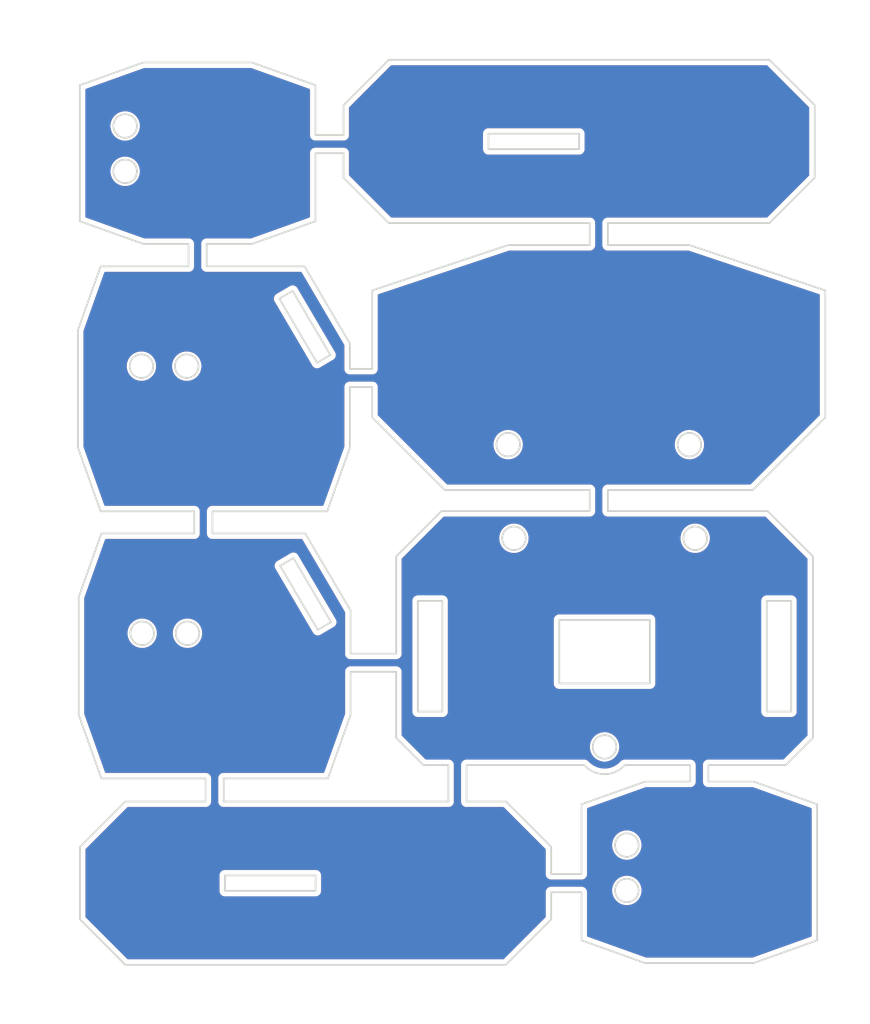
<source format=kicad_pcb>
(kicad_pcb (version 20171130) (host pcbnew "(5.1.5)-3")

  (general
    (thickness 1.6)
    (drawings 151)
    (tracks 0)
    (zones 0)
    (modules 0)
    (nets 1)
  )

  (page A4)
  (layers
    (0 F.Cu signal)
    (31 B.Cu signal)
    (32 B.Adhes user)
    (33 F.Adhes user)
    (34 B.Paste user)
    (35 F.Paste user)
    (36 B.SilkS user)
    (37 F.SilkS user)
    (38 B.Mask user)
    (39 F.Mask user)
    (40 Dwgs.User user)
    (41 Cmts.User user)
    (42 Eco1.User user)
    (43 Eco2.User user)
    (44 Edge.Cuts user)
    (45 Margin user)
    (46 B.CrtYd user)
    (47 F.CrtYd user)
    (48 B.Fab user)
    (49 F.Fab user)
  )

  (setup
    (last_trace_width 0.25)
    (trace_clearance 0.2)
    (zone_clearance 0.508)
    (zone_45_only no)
    (trace_min 0.2)
    (via_size 0.8)
    (via_drill 0.4)
    (via_min_size 0.4)
    (via_min_drill 0.3)
    (uvia_size 0.3)
    (uvia_drill 0.1)
    (uvias_allowed no)
    (uvia_min_size 0.2)
    (uvia_min_drill 0.1)
    (edge_width 0.05)
    (segment_width 0.2)
    (pcb_text_width 0.3)
    (pcb_text_size 1.5 1.5)
    (mod_edge_width 0.12)
    (mod_text_size 1 1)
    (mod_text_width 0.15)
    (pad_size 1.524 1.524)
    (pad_drill 0.762)
    (pad_to_mask_clearance 0.051)
    (solder_mask_min_width 0.25)
    (aux_axis_origin 0 0)
    (visible_elements 7FFFFFFF)
    (pcbplotparams
      (layerselection 0x010fc_ffffffff)
      (usegerberextensions false)
      (usegerberattributes false)
      (usegerberadvancedattributes false)
      (creategerberjobfile false)
      (excludeedgelayer true)
      (linewidth 0.100000)
      (plotframeref false)
      (viasonmask false)
      (mode 1)
      (useauxorigin false)
      (hpglpennumber 1)
      (hpglpenspeed 20)
      (hpglpendiameter 15.000000)
      (psnegative false)
      (psa4output false)
      (plotreference true)
      (plotvalue true)
      (plotinvisibletext false)
      (padsonsilk false)
      (subtractmaskfromsilk false)
      (outputformat 1)
      (mirror false)
      (drillshape 1)
      (scaleselection 1)
      (outputdirectory ""))
  )

  (net 0 "")

  (net_class Default "これはデフォルトのネット クラスです。"
    (clearance 0.2)
    (trace_width 0.25)
    (via_dia 0.8)
    (via_drill 0.4)
    (uvia_dia 0.3)
    (uvia_drill 0.1)
  )

  (gr_line (start 165.141476 140.937515) (end 165.141476 133.24387) (layer Edge.Cuts) (width 0.2))
  (gr_line (start 188.28317 123.019711) (end 188.28317 110.819711) (layer Edge.Cuts) (width 0.2))
  (gr_line (start 185.58317 123.019711) (end 188.28317 123.019711) (layer Edge.Cuts) (width 0.2))
  (gr_line (start 147.08317 110.819711) (end 147.08317 123.019711) (layer Edge.Cuts) (width 0.2))
  (gr_line (start 149.78317 110.819711) (end 147.08317 110.819711) (layer Edge.Cuts) (width 0.2))
  (gr_line (start 149.78317 123.019711) (end 149.78317 110.819711) (layer Edge.Cuts) (width 0.2))
  (gr_line (start 125.654054 132.937515) (end 150.44787 132.937515) (layer Edge.Cuts) (width 0.2))
  (gr_line (start 147.08317 123.019711) (end 149.78317 123.019711) (layer Edge.Cuts) (width 0.2))
  (gr_line (start 137.499219 113.157824) (end 133.341654 106.089963) (layer Edge.Cuts) (width 0.2))
  (gr_circle (center 167.68317 126.919711) (end 168.98317 126.919711) (layer Edge.Cuts) (width 0.2))
  (gr_circle (center 170.141475 142.74387) (end 171.441475 142.74387) (layer Edge.Cuts) (width 0.2))
  (gr_line (start 165.141476 133.24387) (end 172.141476 130.74387) (layer Edge.Cuts) (width 0.2))
  (gr_line (start 161.7927 137.937515) (end 161.7927 140.937515) (layer Edge.Cuts) (width 0.2))
  (gr_line (start 147.68317 128.919711) (end 144.68317 125.919711) (layer Edge.Cuts) (width 0.2))
  (gr_line (start 139.654054 123.390273) (end 137.154054 130.390273) (layer Edge.Cuts) (width 0.2))
  (gr_circle (center 177.68317 103.919711) (end 178.98317 103.919711) (layer Edge.Cuts) (width 0.2))
  (gr_line (start 162.68317 119.919711) (end 172.68317 119.919711) (layer Edge.Cuts) (width 0.2))
  (gr_line (start 162.68317 112.919711) (end 162.68317 119.919711) (layer Edge.Cuts) (width 0.2))
  (gr_line (start 172.68317 112.919711) (end 162.68317 112.919711) (layer Edge.Cuts) (width 0.2))
  (gr_line (start 177.141476 130.74387) (end 177.141476 128.919711) (layer Edge.Cuts) (width 0.2))
  (gr_line (start 144.68317 125.919711) (end 144.68317 118.640273) (layer Edge.Cuts) (width 0.2))
  (gr_line (start 172.68317 119.919711) (end 172.68317 112.919711) (layer Edge.Cuts) (width 0.2))
  (gr_line (start 152.44787 132.937515) (end 156.7927 132.937515) (layer Edge.Cuts) (width 0.2))
  (gr_arc (start 167.68317 126.919711) (end 165.447102 128.919711) (angle -96.37937021) (layer Edge.Cuts) (width 0.2))
  (gr_line (start 161.7927 140.937515) (end 165.141476 140.937515) (layer Edge.Cuts) (width 0.2))
  (gr_circle (center 121.654054 114.390273) (end 122.954054 114.390273) (layer Edge.Cuts) (width 0.2))
  (gr_line (start 125.654054 130.390273) (end 125.654054 132.937515) (layer Edge.Cuts) (width 0.2))
  (gr_line (start 156.7927 132.937515) (end 161.7927 137.937515) (layer Edge.Cuts) (width 0.2))
  (gr_line (start 144.68317 118.640273) (end 139.654054 118.640273) (layer Edge.Cuts) (width 0.2))
  (gr_line (start 125.7927 142.787515) (end 135.7927 142.787515) (layer Edge.Cuts) (width 0.2))
  (gr_circle (center 157.68317 103.919711) (end 158.98317 103.919711) (layer Edge.Cuts) (width 0.2))
  (gr_line (start 177.141476 128.919711) (end 169.919238 128.919711) (layer Edge.Cuts) (width 0.2))
  (gr_line (start 136.033931 114.019758) (end 137.499219 113.157824) (layer Edge.Cuts) (width 0.2))
  (gr_circle (center 170.141475 137.74387) (end 171.441475 137.74387) (layer Edge.Cuts) (width 0.2))
  (gr_line (start 152.44787 128.919711) (end 152.44787 132.937515) (layer Edge.Cuts) (width 0.2))
  (gr_line (start 150.44787 128.919711) (end 147.68317 128.919711) (layer Edge.Cuts) (width 0.2))
  (gr_line (start 137.154054 130.390273) (end 125.654054 130.390273) (layer Edge.Cuts) (width 0.2))
  (gr_line (start 165.447102 128.919711) (end 152.44787 128.919711) (layer Edge.Cuts) (width 0.2))
  (gr_line (start 139.654054 118.640273) (end 139.654054 123.390273) (layer Edge.Cuts) (width 0.2))
  (gr_line (start 133.341654 106.089963) (end 131.876366 106.951897) (layer Edge.Cuts) (width 0.2))
  (gr_line (start 131.876366 106.951897) (end 136.033931 114.019758) (layer Edge.Cuts) (width 0.2))
  (gr_line (start 172.141476 130.74387) (end 177.141476 130.74387) (layer Edge.Cuts) (width 0.2))
  (gr_line (start 150.44787 132.937515) (end 150.44787 128.919711) (layer Edge.Cuts) (width 0.2))
  (gr_line (start 135.7927 141.087515) (end 125.7927 141.087515) (layer Edge.Cuts) (width 0.2))
  (gr_line (start 125.7927 141.087515) (end 125.7927 142.787515) (layer Edge.Cuts) (width 0.2))
  (gr_line (start 135.7927 142.787515) (end 135.7927 141.087515) (layer Edge.Cuts) (width 0.2))
  (gr_line (start 154.875064 59.317122) (end 154.875064 61.017122) (layer Edge.Cuts) (width 0.2))
  (gr_circle (center 177.046273 93.596361) (end 178.346273 93.596361) (layer Edge.Cuts) (width 0.2))
  (gr_line (start 164.875064 61.017122) (end 164.875064 59.317122) (layer Edge.Cuts) (width 0.2))
  (gr_line (start 154.875064 61.017122) (end 164.875064 61.017122) (layer Edge.Cuts) (width 0.2))
  (gr_line (start 164.875064 59.317122) (end 154.875064 59.317122) (layer Edge.Cuts) (width 0.2))
  (gr_circle (center 157.046273 93.596361) (end 158.346273 93.596361) (layer Edge.Cuts) (width 0.2))
  (gr_line (start 185.58317 110.819711) (end 185.58317 123.019711) (layer Edge.Cuts) (width 0.2))
  (gr_line (start 188.28317 110.819711) (end 185.58317 110.819711) (layer Edge.Cuts) (width 0.2))
  (gr_line (start 172.141476 150.74387) (end 165.141476 148.24387) (layer Edge.Cuts) (width 0.2))
  (gr_line (start 184.046273 98.596361) (end 168.046273 98.596361) (layer Edge.Cuts) (width 0.2))
  (gr_line (start 179.141476 128.919711) (end 179.141476 130.74387) (layer Edge.Cuts) (width 0.2))
  (gr_line (start 135.775052 59.466311) (end 138.875064 59.466311) (layer Edge.Cuts) (width 0.2))
  (gr_line (start 191.141476 133.24387) (end 191.141476 148.24387) (layer Edge.Cuts) (width 0.2))
  (gr_line (start 168.046273 100.919711) (end 185.68317 100.919711) (layer Edge.Cuts) (width 0.2))
  (gr_line (start 109.775052 53.966311) (end 116.775052 51.466311) (layer Edge.Cuts) (width 0.2))
  (gr_line (start 138.875064 56.167122) (end 143.875064 51.167122) (layer Edge.Cuts) (width 0.2))
  (gr_line (start 184.141476 150.74387) (end 172.141476 150.74387) (layer Edge.Cuts) (width 0.2))
  (gr_line (start 191.141476 148.24387) (end 184.141476 150.74387) (layer Edge.Cuts) (width 0.2))
  (gr_line (start 190.68317 105.919711) (end 190.68317 125.919711) (layer Edge.Cuts) (width 0.2))
  (gr_line (start 168.046273 69.167122) (end 168.046273 71.596361) (layer Edge.Cuts) (width 0.2))
  (gr_line (start 185.68317 100.919711) (end 190.68317 105.919711) (layer Edge.Cuts) (width 0.2))
  (gr_line (start 185.875064 69.167122) (end 168.046273 69.167122) (layer Edge.Cuts) (width 0.2))
  (gr_line (start 192.046273 90.596361) (end 184.046273 98.596361) (layer Edge.Cuts) (width 0.2))
  (gr_line (start 177.046273 71.596361) (end 192.046273 76.596361) (layer Edge.Cuts) (width 0.2))
  (gr_line (start 109.7927 137.937515) (end 114.7927 132.937515) (layer Edge.Cuts) (width 0.2))
  (gr_line (start 192.046273 76.596361) (end 192.046273 90.596361) (layer Edge.Cuts) (width 0.2))
  (gr_line (start 138.875064 59.466311) (end 138.875064 56.167122) (layer Edge.Cuts) (width 0.2))
  (gr_line (start 128.775052 51.466311) (end 135.775052 53.966311) (layer Edge.Cuts) (width 0.2))
  (gr_line (start 114.7927 132.937515) (end 123.654054 132.937515) (layer Edge.Cuts) (width 0.2))
  (gr_line (start 109.7927 145.937515) (end 109.7927 137.937515) (layer Edge.Cuts) (width 0.2))
  (gr_line (start 168.046273 71.596361) (end 177.046273 71.596361) (layer Edge.Cuts) (width 0.2))
  (gr_line (start 114.7927 150.937515) (end 109.7927 145.937515) (layer Edge.Cuts) (width 0.2))
  (gr_line (start 190.875064 56.167122) (end 190.875064 64.167122) (layer Edge.Cuts) (width 0.2))
  (gr_line (start 161.7927 142.937515) (end 161.7927 145.937515) (layer Edge.Cuts) (width 0.2))
  (gr_line (start 184.141476 130.74387) (end 191.141476 133.24387) (layer Edge.Cuts) (width 0.2))
  (gr_line (start 143.875064 51.167122) (end 185.875064 51.167122) (layer Edge.Cuts) (width 0.2))
  (gr_line (start 135.775052 53.966311) (end 135.775052 59.466311) (layer Edge.Cuts) (width 0.2))
  (gr_circle (center 114.775052 58.466311) (end 116.075052 58.466311) (layer Edge.Cuts) (width 0.2))
  (gr_line (start 116.775052 51.466311) (end 128.775052 51.466311) (layer Edge.Cuts) (width 0.2))
  (gr_line (start 156.7927 150.937515) (end 114.7927 150.937515) (layer Edge.Cuts) (width 0.2))
  (gr_line (start 161.7927 145.937515) (end 156.7927 150.937515) (layer Edge.Cuts) (width 0.2))
  (gr_line (start 165.141476 142.937515) (end 161.7927 142.937515) (layer Edge.Cuts) (width 0.2))
  (gr_line (start 165.141476 148.24387) (end 165.141476 142.937515) (layer Edge.Cuts) (width 0.2))
  (gr_line (start 190.875064 64.167122) (end 185.875064 69.167122) (layer Edge.Cuts) (width 0.2))
  (gr_circle (center 114.775052 63.466311) (end 116.075052 63.466311) (layer Edge.Cuts) (width 0.2))
  (gr_line (start 168.046273 98.596361) (end 168.046273 100.919711) (layer Edge.Cuts) (width 0.2))
  (gr_line (start 187.68317 128.919711) (end 179.141476 128.919711) (layer Edge.Cuts) (width 0.2))
  (gr_line (start 179.141476 130.74387) (end 184.141476 130.74387) (layer Edge.Cuts) (width 0.2))
  (gr_line (start 185.875064 51.167122) (end 190.875064 56.167122) (layer Edge.Cuts) (width 0.2))
  (gr_line (start 109.775052 68.966311) (end 109.775052 53.966311) (layer Edge.Cuts) (width 0.2))
  (gr_line (start 190.68317 125.919711) (end 187.68317 128.919711) (layer Edge.Cuts) (width 0.2))
  (gr_line (start 109.573 80.944133) (end 112.073 73.944133) (layer Edge.Cuts) (width 0.2))
  (gr_line (start 109.654054 110.390273) (end 112.154054 103.390273) (layer Edge.Cuts) (width 0.2))
  (gr_line (start 109.573 93.944133) (end 109.573 80.944133) (layer Edge.Cuts) (width 0.2))
  (gr_line (start 123.654054 132.937515) (end 123.654054 130.390273) (layer Edge.Cuts) (width 0.2))
  (gr_line (start 138.875064 64.167122) (end 138.875064 61.466311) (layer Edge.Cuts) (width 0.2))
  (gr_line (start 139.573 82.444133) (end 139.573 85.249) (layer Edge.Cuts) (width 0.2))
  (gr_line (start 143.875064 69.167122) (end 138.875064 64.167122) (layer Edge.Cuts) (width 0.2))
  (gr_line (start 166.046273 69.167122) (end 143.875064 69.167122) (layer Edge.Cuts) (width 0.2))
  (gr_line (start 166.046273 71.596361) (end 166.046273 69.167122) (layer Edge.Cuts) (width 0.2))
  (gr_line (start 112.154054 130.390273) (end 109.654054 123.390273) (layer Edge.Cuts) (width 0.2))
  (gr_line (start 116.775052 71.466311) (end 109.775052 68.966311) (layer Edge.Cuts) (width 0.2))
  (gr_line (start 157.046273 71.596361) (end 166.046273 71.596361) (layer Edge.Cuts) (width 0.2))
  (gr_line (start 112.073 100.944133) (end 109.573 93.944133) (layer Edge.Cuts) (width 0.2))
  (gr_line (start 134.573 73.944133) (end 139.573 82.444133) (layer Edge.Cuts) (width 0.2))
  (gr_line (start 123.775052 73.944133) (end 134.573 73.944133) (layer Edge.Cuts) (width 0.2))
  (gr_line (start 121.775052 71.466311) (end 116.775052 71.466311) (layer Edge.Cuts) (width 0.2))
  (gr_line (start 139.573 85.249) (end 142.046273 85.249) (layer Edge.Cuts) (width 0.2))
  (gr_line (start 122.404054 100.944133) (end 112.073 100.944133) (layer Edge.Cuts) (width 0.2))
  (gr_line (start 109.654054 123.390273) (end 109.654054 110.390273) (layer Edge.Cuts) (width 0.2))
  (gr_line (start 135.775052 68.966311) (end 128.775052 71.466311) (layer Edge.Cuts) (width 0.2))
  (gr_line (start 121.775052 73.944133) (end 121.775052 71.466311) (layer Edge.Cuts) (width 0.2))
  (gr_line (start 122.404054 103.390273) (end 122.404054 100.944133) (layer Edge.Cuts) (width 0.2))
  (gr_line (start 112.154054 103.390273) (end 122.404054 103.390273) (layer Edge.Cuts) (width 0.2))
  (gr_line (start 123.654054 130.390273) (end 112.154054 130.390273) (layer Edge.Cuts) (width 0.2))
  (gr_line (start 142.046273 76.596361) (end 157.046273 71.596361) (layer Edge.Cuts) (width 0.2))
  (gr_line (start 128.775052 71.466311) (end 123.775052 71.466311) (layer Edge.Cuts) (width 0.2))
  (gr_line (start 112.073 73.944133) (end 121.775052 73.944133) (layer Edge.Cuts) (width 0.2))
  (gr_line (start 142.046273 85.249) (end 142.046273 76.596361) (layer Edge.Cuts) (width 0.2))
  (gr_line (start 123.775052 71.466311) (end 123.775052 73.944133) (layer Edge.Cuts) (width 0.2))
  (gr_line (start 124.404054 100.944133) (end 124.404054 103.390273) (layer Edge.Cuts) (width 0.2))
  (gr_line (start 137.073 100.944133) (end 124.404054 100.944133) (layer Edge.Cuts) (width 0.2))
  (gr_line (start 139.573 93.944133) (end 137.073 100.944133) (layer Edge.Cuts) (width 0.2))
  (gr_line (start 137.418165 83.711684) (end 133.2606 76.643823) (layer Edge.Cuts) (width 0.2))
  (gr_line (start 131.795312 77.505757) (end 135.952877 84.573618) (layer Edge.Cuts) (width 0.2))
  (gr_line (start 138.875064 61.466311) (end 135.775052 61.466311) (layer Edge.Cuts) (width 0.2))
  (gr_line (start 133.2606 76.643823) (end 131.795312 77.505757) (layer Edge.Cuts) (width 0.2))
  (gr_circle (center 121.573 84.944133) (end 122.873 84.944133) (layer Edge.Cuts) (width 0.2))
  (gr_circle (center 116.573 84.944133) (end 117.873 84.944133) (layer Edge.Cuts) (width 0.2))
  (gr_line (start 135.775052 61.466311) (end 135.775052 68.966311) (layer Edge.Cuts) (width 0.2))
  (gr_line (start 135.952877 84.573618) (end 137.418165 83.711684) (layer Edge.Cuts) (width 0.2))
  (gr_line (start 142.046273 87.249) (end 139.573 87.249) (layer Edge.Cuts) (width 0.2))
  (gr_line (start 142.046273 90.596361) (end 142.046273 87.249) (layer Edge.Cuts) (width 0.2))
  (gr_line (start 144.68317 105.919711) (end 149.68317 100.919711) (layer Edge.Cuts) (width 0.2))
  (gr_line (start 144.68317 116.640273) (end 144.68317 105.919711) (layer Edge.Cuts) (width 0.2))
  (gr_line (start 139.654054 116.640273) (end 144.68317 116.640273) (layer Edge.Cuts) (width 0.2))
  (gr_line (start 166.046273 98.596361) (end 150.046273 98.596361) (layer Edge.Cuts) (width 0.2))
  (gr_line (start 150.046273 98.596361) (end 142.046273 90.596361) (layer Edge.Cuts) (width 0.2))
  (gr_line (start 166.046273 100.919711) (end 166.046273 98.596361) (layer Edge.Cuts) (width 0.2))
  (gr_line (start 149.68317 100.919711) (end 166.046273 100.919711) (layer Edge.Cuts) (width 0.2))
  (gr_line (start 124.404054 103.390273) (end 134.654054 103.390273) (layer Edge.Cuts) (width 0.2))
  (gr_line (start 139.654054 111.890273) (end 139.654054 116.640273) (layer Edge.Cuts) (width 0.2))
  (gr_line (start 134.654054 103.390273) (end 139.654054 111.890273) (layer Edge.Cuts) (width 0.2))
  (gr_circle (center 116.654054 114.390273) (end 117.954054 114.390273) (layer Edge.Cuts) (width 0.2))
  (gr_line (start 139.573 87.249) (end 139.573 93.944133) (layer Edge.Cuts) (width 0.2))

  (zone (net 0) (net_name "") (layer F.Cu) (tstamp 0) (hatch edge 0.508)
    (connect_pads (clearance 0.508))
    (min_thickness 0.254)
    (fill yes (arc_segments 32) (thermal_gap 0.508) (thermal_bridge_width 0.508))
    (polygon
      (pts
        (xy 196.469 157.48) (xy 101.346 156.972) (xy 101.854 46.355) (xy 101.854 45.847) (xy 196.977 44.577)
      )
    )
    (filled_polygon
      (pts
        (xy 190.140064 56.471569) (xy 190.140065 63.862674) (xy 185.570618 68.432122) (xy 168.082378 68.432122) (xy 168.046273 68.428566)
        (xy 168.010168 68.432122) (xy 167.902188 68.442757) (xy 167.76364 68.484785) (xy 167.635953 68.553035) (xy 167.524035 68.644884)
        (xy 167.432186 68.756802) (xy 167.363936 68.884489) (xy 167.321908 69.023037) (xy 167.307717 69.167122) (xy 167.311273 69.203227)
        (xy 167.311274 71.560246) (xy 167.307717 71.596361) (xy 167.321908 71.740446) (xy 167.363936 71.878994) (xy 167.432186 72.006681)
        (xy 167.524035 72.118599) (xy 167.635953 72.210448) (xy 167.76364 72.278698) (xy 167.902188 72.320726) (xy 168.010168 72.331361)
        (xy 168.046273 72.334917) (xy 168.082378 72.331361) (xy 176.927002 72.331361) (xy 191.311273 77.126119) (xy 191.311274 90.291913)
        (xy 183.741827 97.861361) (xy 168.082378 97.861361) (xy 168.046273 97.857805) (xy 168.010168 97.861361) (xy 167.902188 97.871996)
        (xy 167.76364 97.914024) (xy 167.635953 97.982274) (xy 167.524035 98.074123) (xy 167.432186 98.186041) (xy 167.363936 98.313728)
        (xy 167.321908 98.452276) (xy 167.307717 98.596361) (xy 167.311273 98.632466) (xy 167.311274 100.883596) (xy 167.307717 100.919711)
        (xy 167.321908 101.063796) (xy 167.363936 101.202344) (xy 167.432186 101.330031) (xy 167.524035 101.441949) (xy 167.635953 101.533798)
        (xy 167.76364 101.602048) (xy 167.902188 101.644076) (xy 168.010168 101.654711) (xy 168.046273 101.658267) (xy 168.082378 101.654711)
        (xy 185.378724 101.654711) (xy 189.94817 106.224158) (xy 189.948171 125.615263) (xy 187.378724 128.184711) (xy 179.177581 128.184711)
        (xy 179.141476 128.181155) (xy 179.105371 128.184711) (xy 178.997391 128.195346) (xy 178.858843 128.237374) (xy 178.731156 128.305624)
        (xy 178.619238 128.397473) (xy 178.527389 128.509391) (xy 178.459139 128.637078) (xy 178.417111 128.775626) (xy 178.40292 128.919711)
        (xy 178.406476 128.955816) (xy 178.406477 130.707755) (xy 178.40292 130.74387) (xy 178.417111 130.887955) (xy 178.459139 131.026503)
        (xy 178.527389 131.15419) (xy 178.619238 131.266108) (xy 178.731156 131.357957) (xy 178.858843 131.426207) (xy 178.997391 131.468235)
        (xy 179.105371 131.47887) (xy 179.141476 131.482426) (xy 179.177581 131.47887) (xy 184.014167 131.47887) (xy 190.406476 133.761838)
        (xy 190.406477 147.725901) (xy 184.014167 150.00887) (xy 172.26879 150.00887) (xy 165.876476 147.725902) (xy 165.876476 142.97362)
        (xy 165.880032 142.937515) (xy 165.865841 142.79343) (xy 165.823813 142.654882) (xy 165.779432 142.57185) (xy 168.394926 142.57185)
        (xy 168.394926 142.91589) (xy 168.462045 143.25332) (xy 168.593703 143.571171) (xy 168.784842 143.85723) (xy 169.028115 144.100503)
        (xy 169.314174 144.291642) (xy 169.632025 144.4233) (xy 169.969455 144.490419) (xy 170.313495 144.490419) (xy 170.650925 144.4233)
        (xy 170.968776 144.291642) (xy 171.254835 144.100503) (xy 171.498108 143.85723) (xy 171.689247 143.571171) (xy 171.820905 143.25332)
        (xy 171.888024 142.91589) (xy 171.888024 142.57185) (xy 171.820905 142.23442) (xy 171.689247 141.916569) (xy 171.498108 141.63051)
        (xy 171.254835 141.387237) (xy 170.968776 141.196098) (xy 170.650925 141.06444) (xy 170.313495 140.997321) (xy 169.969455 140.997321)
        (xy 169.632025 141.06444) (xy 169.314174 141.196098) (xy 169.028115 141.387237) (xy 168.784842 141.63051) (xy 168.593703 141.916569)
        (xy 168.462045 142.23442) (xy 168.394926 142.57185) (xy 165.779432 142.57185) (xy 165.755563 142.527195) (xy 165.663714 142.415277)
        (xy 165.551796 142.323428) (xy 165.424109 142.255178) (xy 165.285561 142.21315) (xy 165.177581 142.202515) (xy 165.141476 142.198959)
        (xy 165.105371 142.202515) (xy 161.828805 142.202515) (xy 161.7927 142.198959) (xy 161.756595 142.202515) (xy 161.648615 142.21315)
        (xy 161.510067 142.255178) (xy 161.38238 142.323428) (xy 161.270462 142.415277) (xy 161.178613 142.527195) (xy 161.110363 142.654882)
        (xy 161.068335 142.79343) (xy 161.054144 142.937515) (xy 161.0577 142.97362) (xy 161.057701 145.633067) (xy 156.488254 150.202515)
        (xy 115.097147 150.202515) (xy 110.5277 145.633069) (xy 110.5277 141.087515) (xy 125.054144 141.087515) (xy 125.0577 141.12362)
        (xy 125.057701 142.7514) (xy 125.054144 142.787515) (xy 125.068335 142.9316) (xy 125.110363 143.070148) (xy 125.178613 143.197835)
        (xy 125.270462 143.309753) (xy 125.38238 143.401602) (xy 125.510067 143.469852) (xy 125.648615 143.51188) (xy 125.756595 143.522515)
        (xy 125.7927 143.526071) (xy 125.828805 143.522515) (xy 135.756595 143.522515) (xy 135.7927 143.526071) (xy 135.828805 143.522515)
        (xy 135.936785 143.51188) (xy 136.075333 143.469852) (xy 136.20302 143.401602) (xy 136.314938 143.309753) (xy 136.406787 143.197835)
        (xy 136.475037 143.070148) (xy 136.517065 142.9316) (xy 136.531256 142.787515) (xy 136.5277 142.75141) (xy 136.5277 141.12362)
        (xy 136.531256 141.087515) (xy 136.517065 140.94343) (xy 136.475037 140.804882) (xy 136.406787 140.677195) (xy 136.314938 140.565277)
        (xy 136.20302 140.473428) (xy 136.075333 140.405178) (xy 135.936785 140.36315) (xy 135.828805 140.352515) (xy 135.7927 140.348959)
        (xy 135.756595 140.352515) (xy 125.828805 140.352515) (xy 125.7927 140.348959) (xy 125.756595 140.352515) (xy 125.648615 140.36315)
        (xy 125.510067 140.405178) (xy 125.38238 140.473428) (xy 125.270462 140.565277) (xy 125.178613 140.677195) (xy 125.110363 140.804882)
        (xy 125.068335 140.94343) (xy 125.054144 141.087515) (xy 110.5277 141.087515) (xy 110.5277 138.241961) (xy 115.097147 133.672515)
        (xy 123.617949 133.672515) (xy 123.654054 133.676071) (xy 123.690159 133.672515) (xy 123.798139 133.66188) (xy 123.936687 133.619852)
        (xy 124.064374 133.551602) (xy 124.176292 133.459753) (xy 124.268141 133.347835) (xy 124.336391 133.220148) (xy 124.378419 133.0816)
        (xy 124.39261 132.937515) (xy 124.389054 132.90141) (xy 124.389054 130.426378) (xy 124.39261 130.390273) (xy 124.915498 130.390273)
        (xy 124.919054 130.426378) (xy 124.919055 132.9014) (xy 124.915498 132.937515) (xy 124.929689 133.0816) (xy 124.971717 133.220148)
        (xy 125.039967 133.347835) (xy 125.131816 133.459753) (xy 125.243734 133.551602) (xy 125.371421 133.619852) (xy 125.509969 133.66188)
        (xy 125.617949 133.672515) (xy 125.654054 133.676071) (xy 125.690159 133.672515) (xy 150.411765 133.672515) (xy 150.44787 133.676071)
        (xy 150.483975 133.672515) (xy 150.591955 133.66188) (xy 150.730503 133.619852) (xy 150.85819 133.551602) (xy 150.970108 133.459753)
        (xy 151.061957 133.347835) (xy 151.130207 133.220148) (xy 151.172235 133.0816) (xy 151.186426 132.937515) (xy 151.18287 132.90141)
        (xy 151.18287 128.955816) (xy 151.186426 128.919711) (xy 151.709314 128.919711) (xy 151.71287 128.955816) (xy 151.712871 132.9014)
        (xy 151.709314 132.937515) (xy 151.723505 133.0816) (xy 151.765533 133.220148) (xy 151.833783 133.347835) (xy 151.925632 133.459753)
        (xy 152.03755 133.551602) (xy 152.165237 133.619852) (xy 152.303785 133.66188) (xy 152.411765 133.672515) (xy 152.44787 133.676071)
        (xy 152.483975 133.672515) (xy 156.488254 133.672515) (xy 161.0577 138.241962) (xy 161.057701 140.9014) (xy 161.054144 140.937515)
        (xy 161.068335 141.0816) (xy 161.110363 141.220148) (xy 161.178613 141.347835) (xy 161.270462 141.459753) (xy 161.38238 141.551602)
        (xy 161.510067 141.619852) (xy 161.648615 141.66188) (xy 161.756595 141.672515) (xy 161.7927 141.676071) (xy 161.828805 141.672515)
        (xy 165.105371 141.672515) (xy 165.141476 141.676071) (xy 165.177581 141.672515) (xy 165.285561 141.66188) (xy 165.424109 141.619852)
        (xy 165.551796 141.551602) (xy 165.663714 141.459753) (xy 165.755563 141.347835) (xy 165.823813 141.220148) (xy 165.865841 141.0816)
        (xy 165.880032 140.937515) (xy 165.876476 140.90141) (xy 165.876476 137.57185) (xy 168.394926 137.57185) (xy 168.394926 137.91589)
        (xy 168.462045 138.25332) (xy 168.593703 138.571171) (xy 168.784842 138.85723) (xy 169.028115 139.100503) (xy 169.314174 139.291642)
        (xy 169.632025 139.4233) (xy 169.969455 139.490419) (xy 170.313495 139.490419) (xy 170.650925 139.4233) (xy 170.968776 139.291642)
        (xy 171.254835 139.100503) (xy 171.498108 138.85723) (xy 171.689247 138.571171) (xy 171.820905 138.25332) (xy 171.888024 137.91589)
        (xy 171.888024 137.57185) (xy 171.820905 137.23442) (xy 171.689247 136.916569) (xy 171.498108 136.63051) (xy 171.254835 136.387237)
        (xy 170.968776 136.196098) (xy 170.650925 136.06444) (xy 170.313495 135.997321) (xy 169.969455 135.997321) (xy 169.632025 136.06444)
        (xy 169.314174 136.196098) (xy 169.028115 136.387237) (xy 168.784842 136.63051) (xy 168.593703 136.916569) (xy 168.462045 137.23442)
        (xy 168.394926 137.57185) (xy 165.876476 137.57185) (xy 165.876476 133.761838) (xy 172.26879 131.47887) (xy 177.105371 131.47887)
        (xy 177.141476 131.482426) (xy 177.177581 131.47887) (xy 177.285561 131.468235) (xy 177.424109 131.426207) (xy 177.551796 131.357957)
        (xy 177.663714 131.266108) (xy 177.755563 131.15419) (xy 177.823813 131.026503) (xy 177.865841 130.887955) (xy 177.880032 130.74387)
        (xy 177.876476 130.707765) (xy 177.876476 128.955816) (xy 177.880032 128.919711) (xy 177.865841 128.775626) (xy 177.823813 128.637078)
        (xy 177.755563 128.509391) (xy 177.663714 128.397473) (xy 177.551796 128.305624) (xy 177.424109 128.237374) (xy 177.285561 128.195346)
        (xy 177.177581 128.184711) (xy 177.141476 128.181155) (xy 177.105371 128.184711) (xy 169.883133 128.184711) (xy 169.775153 128.195346)
        (xy 169.636605 128.237374) (xy 169.508918 128.305624) (xy 169.397 128.397473) (xy 169.383828 128.413523) (xy 169.043834 128.726052)
        (xy 168.667071 128.955935) (xy 168.252824 129.108264) (xy 167.816882 129.177229) (xy 167.375851 129.160208) (xy 166.94652 129.057845)
        (xy 166.54525 128.874042) (xy 166.175737 128.60744) (xy 165.991543 128.424527) (xy 165.96934 128.397473) (xy 165.857422 128.305624)
        (xy 165.729735 128.237374) (xy 165.591187 128.195346) (xy 165.483207 128.184711) (xy 152.483975 128.184711) (xy 152.44787 128.181155)
        (xy 152.411765 128.184711) (xy 152.303785 128.195346) (xy 152.165237 128.237374) (xy 152.03755 128.305624) (xy 151.925632 128.397473)
        (xy 151.833783 128.509391) (xy 151.765533 128.637078) (xy 151.723505 128.775626) (xy 151.709314 128.919711) (xy 151.186426 128.919711)
        (xy 151.172235 128.775626) (xy 151.130207 128.637078) (xy 151.061957 128.509391) (xy 150.970108 128.397473) (xy 150.85819 128.305624)
        (xy 150.730503 128.237374) (xy 150.591955 128.195346) (xy 150.483975 128.184711) (xy 150.44787 128.181155) (xy 150.411765 128.184711)
        (xy 147.987617 128.184711) (xy 146.550597 126.747691) (xy 165.936621 126.747691) (xy 165.936621 127.091731) (xy 166.00374 127.429161)
        (xy 166.135398 127.747012) (xy 166.326537 128.033071) (xy 166.56981 128.276344) (xy 166.855869 128.467483) (xy 167.17372 128.599141)
        (xy 167.51115 128.66626) (xy 167.85519 128.66626) (xy 168.19262 128.599141) (xy 168.510471 128.467483) (xy 168.79653 128.276344)
        (xy 169.039803 128.033071) (xy 169.230942 127.747012) (xy 169.3626 127.429161) (xy 169.429719 127.091731) (xy 169.429719 126.747691)
        (xy 169.3626 126.410261) (xy 169.230942 126.09241) (xy 169.039803 125.806351) (xy 168.79653 125.563078) (xy 168.510471 125.371939)
        (xy 168.19262 125.240281) (xy 167.85519 125.173162) (xy 167.51115 125.173162) (xy 167.17372 125.240281) (xy 166.855869 125.371939)
        (xy 166.56981 125.563078) (xy 166.326537 125.806351) (xy 166.135398 126.09241) (xy 166.00374 126.410261) (xy 165.936621 126.747691)
        (xy 146.550597 126.747691) (xy 145.41817 125.615265) (xy 145.41817 118.676378) (xy 145.421726 118.640273) (xy 145.407535 118.496188)
        (xy 145.365507 118.35764) (xy 145.297257 118.229953) (xy 145.205408 118.118035) (xy 145.09349 118.026186) (xy 144.965803 117.957936)
        (xy 144.827255 117.915908) (xy 144.719275 117.905273) (xy 144.68317 117.901717) (xy 144.647065 117.905273) (xy 139.690159 117.905273)
        (xy 139.654054 117.901717) (xy 139.617949 117.905273) (xy 139.509969 117.915908) (xy 139.371421 117.957936) (xy 139.243734 118.026186)
        (xy 139.131816 118.118035) (xy 139.039967 118.229953) (xy 138.971717 118.35764) (xy 138.929689 118.496188) (xy 138.915498 118.640273)
        (xy 138.919054 118.676378) (xy 138.919055 123.262956) (xy 136.636086 129.655273) (xy 125.690159 129.655273) (xy 125.654054 129.651717)
        (xy 125.617949 129.655273) (xy 125.509969 129.665908) (xy 125.371421 129.707936) (xy 125.243734 129.776186) (xy 125.131816 129.868035)
        (xy 125.039967 129.979953) (xy 124.971717 130.10764) (xy 124.929689 130.246188) (xy 124.915498 130.390273) (xy 124.39261 130.390273)
        (xy 124.378419 130.246188) (xy 124.336391 130.10764) (xy 124.268141 129.979953) (xy 124.176292 129.868035) (xy 124.064374 129.776186)
        (xy 123.936687 129.707936) (xy 123.798139 129.665908) (xy 123.690159 129.655273) (xy 123.654054 129.651717) (xy 123.617949 129.655273)
        (xy 112.672022 129.655273) (xy 110.389054 123.262964) (xy 110.389054 114.218253) (xy 114.907505 114.218253) (xy 114.907505 114.562293)
        (xy 114.974624 114.899723) (xy 115.106282 115.217574) (xy 115.297421 115.503633) (xy 115.540694 115.746906) (xy 115.826753 115.938045)
        (xy 116.144604 116.069703) (xy 116.482034 116.136822) (xy 116.826074 116.136822) (xy 117.163504 116.069703) (xy 117.481355 115.938045)
        (xy 117.767414 115.746906) (xy 118.010687 115.503633) (xy 118.201826 115.217574) (xy 118.333484 114.899723) (xy 118.400603 114.562293)
        (xy 118.400603 114.218253) (xy 119.907505 114.218253) (xy 119.907505 114.562293) (xy 119.974624 114.899723) (xy 120.106282 115.217574)
        (xy 120.297421 115.503633) (xy 120.540694 115.746906) (xy 120.826753 115.938045) (xy 121.144604 116.069703) (xy 121.482034 116.136822)
        (xy 121.826074 116.136822) (xy 122.163504 116.069703) (xy 122.481355 115.938045) (xy 122.767414 115.746906) (xy 123.010687 115.503633)
        (xy 123.201826 115.217574) (xy 123.333484 114.899723) (xy 123.400603 114.562293) (xy 123.400603 114.218253) (xy 123.333484 113.880823)
        (xy 123.201826 113.562972) (xy 123.010687 113.276913) (xy 122.767414 113.03364) (xy 122.481355 112.842501) (xy 122.163504 112.710843)
        (xy 121.826074 112.643724) (xy 121.482034 112.643724) (xy 121.144604 112.710843) (xy 120.826753 112.842501) (xy 120.540694 113.03364)
        (xy 120.297421 113.276913) (xy 120.106282 113.562972) (xy 119.974624 113.880823) (xy 119.907505 114.218253) (xy 118.400603 114.218253)
        (xy 118.333484 113.880823) (xy 118.201826 113.562972) (xy 118.010687 113.276913) (xy 117.767414 113.03364) (xy 117.481355 112.842501)
        (xy 117.163504 112.710843) (xy 116.826074 112.643724) (xy 116.482034 112.643724) (xy 116.144604 112.710843) (xy 115.826753 112.842501)
        (xy 115.540694 113.03364) (xy 115.297421 113.276913) (xy 115.106282 113.562972) (xy 114.974624 113.880823) (xy 114.907505 114.218253)
        (xy 110.389054 114.218253) (xy 110.389054 110.517582) (xy 111.677625 106.909583) (xy 131.139023 106.909583) (xy 131.144936 107.054244)
        (xy 131.178958 107.194972) (xy 131.23978 107.326359) (xy 131.261151 107.355677) (xy 135.382108 114.361305) (xy 135.397345 114.39422)
        (xy 135.418712 114.423532) (xy 135.418715 114.423537) (xy 135.482629 114.511217) (xy 135.589101 114.609327) (xy 135.645658 114.643862)
        (xy 135.712669 114.684781) (xy 135.798685 114.716359) (xy 135.848581 114.734677) (xy 135.871005 114.738192) (xy 135.991617 114.757101)
        (xy 136.136278 114.751188) (xy 136.277006 114.717166) (xy 136.37547 114.671585) (xy 136.375472 114.671584) (xy 136.408393 114.656344)
        (xy 136.437709 114.634974) (xy 137.84077 113.809645) (xy 137.873681 113.79441) (xy 137.902988 113.773047) (xy 137.902999 113.77304)
        (xy 137.990678 113.709125) (xy 138.088788 113.602653) (xy 138.164242 113.479087) (xy 138.214139 113.343174) (xy 138.236562 113.200139)
        (xy 138.230649 113.055477) (xy 138.196628 112.914749) (xy 138.189711 112.899808) (xy 138.151046 112.816284) (xy 138.151044 112.816281)
        (xy 138.135805 112.783362) (xy 138.114437 112.754048) (xy 133.993482 105.748426) (xy 133.97824 105.715501) (xy 133.892955 105.598504)
        (xy 133.786483 105.500394) (xy 133.662916 105.42494) (xy 133.527003 105.375043) (xy 133.383968 105.35262) (xy 133.239306 105.358533)
        (xy 133.098578 105.392554) (xy 133.000114 105.438136) (xy 133.000109 105.438139) (xy 132.967192 105.453377) (xy 132.93788 105.474744)
        (xy 131.534827 106.30007) (xy 131.501904 106.315311) (xy 131.472586 106.336682) (xy 131.472587 106.336682) (xy 131.384907 106.400596)
        (xy 131.286797 106.507068) (xy 131.211343 106.630635) (xy 131.161447 106.766548) (xy 131.139023 106.909583) (xy 111.677625 106.909583)
        (xy 112.672022 104.125273) (xy 122.367949 104.125273) (xy 122.404054 104.128829) (xy 122.440159 104.125273) (xy 122.548139 104.114638)
        (xy 122.686687 104.07261) (xy 122.814374 104.00436) (xy 122.926292 103.912511) (xy 123.018141 103.800593) (xy 123.086391 103.672906)
        (xy 123.128419 103.534358) (xy 123.14261 103.390273) (xy 123.139054 103.354168) (xy 123.139054 100.980238) (xy 123.14261 100.944133)
        (xy 123.665498 100.944133) (xy 123.669054 100.980238) (xy 123.669055 103.354158) (xy 123.665498 103.390273) (xy 123.679689 103.534358)
        (xy 123.721717 103.672906) (xy 123.789967 103.800593) (xy 123.881816 103.912511) (xy 123.993734 104.00436) (xy 124.121421 104.07261)
        (xy 124.259969 104.114638) (xy 124.367949 104.125273) (xy 124.404054 104.128829) (xy 124.440159 104.125273) (xy 134.233675 104.125273)
        (xy 138.919054 112.090419) (xy 138.919055 116.604158) (xy 138.915498 116.640273) (xy 138.929689 116.784358) (xy 138.971717 116.922906)
        (xy 139.039967 117.050593) (xy 139.131816 117.162511) (xy 139.243734 117.25436) (xy 139.371421 117.32261) (xy 139.509969 117.364638)
        (xy 139.617949 117.375273) (xy 139.654054 117.378829) (xy 139.690159 117.375273) (xy 144.647065 117.375273) (xy 144.68317 117.378829)
        (xy 144.719275 117.375273) (xy 144.827255 117.364638) (xy 144.965803 117.32261) (xy 145.09349 117.25436) (xy 145.205408 117.162511)
        (xy 145.297257 117.050593) (xy 145.365507 116.922906) (xy 145.407535 116.784358) (xy 145.421726 116.640273) (xy 145.41817 116.604168)
        (xy 145.41817 110.819711) (xy 146.344614 110.819711) (xy 146.34817 110.855816) (xy 146.348171 122.983596) (xy 146.344614 123.019711)
        (xy 146.358805 123.163796) (xy 146.400833 123.302344) (xy 146.469083 123.430031) (xy 146.560932 123.541949) (xy 146.67285 123.633798)
        (xy 146.800537 123.702048) (xy 146.939085 123.744076) (xy 147.047065 123.754711) (xy 147.08317 123.758267) (xy 147.119275 123.754711)
        (xy 149.747065 123.754711) (xy 149.78317 123.758267) (xy 149.819275 123.754711) (xy 149.927255 123.744076) (xy 150.065803 123.702048)
        (xy 150.19349 123.633798) (xy 150.305408 123.541949) (xy 150.397257 123.430031) (xy 150.465507 123.302344) (xy 150.507535 123.163796)
        (xy 150.521726 123.019711) (xy 150.51817 122.983606) (xy 150.51817 112.919711) (xy 161.944614 112.919711) (xy 161.94817 112.955816)
        (xy 161.948171 119.883596) (xy 161.944614 119.919711) (xy 161.958805 120.063796) (xy 162.000833 120.202344) (xy 162.069083 120.330031)
        (xy 162.160932 120.441949) (xy 162.27285 120.533798) (xy 162.400537 120.602048) (xy 162.539085 120.644076) (xy 162.647065 120.654711)
        (xy 162.68317 120.658267) (xy 162.719275 120.654711) (xy 172.647065 120.654711) (xy 172.68317 120.658267) (xy 172.719275 120.654711)
        (xy 172.827255 120.644076) (xy 172.965803 120.602048) (xy 173.09349 120.533798) (xy 173.205408 120.441949) (xy 173.297257 120.330031)
        (xy 173.365507 120.202344) (xy 173.407535 120.063796) (xy 173.421726 119.919711) (xy 173.41817 119.883606) (xy 173.41817 112.955816)
        (xy 173.421726 112.919711) (xy 173.407535 112.775626) (xy 173.365507 112.637078) (xy 173.297257 112.509391) (xy 173.205408 112.397473)
        (xy 173.09349 112.305624) (xy 172.965803 112.237374) (xy 172.827255 112.195346) (xy 172.719275 112.184711) (xy 172.68317 112.181155)
        (xy 172.647065 112.184711) (xy 162.719275 112.184711) (xy 162.68317 112.181155) (xy 162.647065 112.184711) (xy 162.539085 112.195346)
        (xy 162.400537 112.237374) (xy 162.27285 112.305624) (xy 162.160932 112.397473) (xy 162.069083 112.509391) (xy 162.000833 112.637078)
        (xy 161.958805 112.775626) (xy 161.944614 112.919711) (xy 150.51817 112.919711) (xy 150.51817 110.855816) (xy 150.521726 110.819711)
        (xy 184.844614 110.819711) (xy 184.84817 110.855816) (xy 184.848171 122.983596) (xy 184.844614 123.019711) (xy 184.858805 123.163796)
        (xy 184.900833 123.302344) (xy 184.969083 123.430031) (xy 185.060932 123.541949) (xy 185.17285 123.633798) (xy 185.300537 123.702048)
        (xy 185.439085 123.744076) (xy 185.547065 123.754711) (xy 185.58317 123.758267) (xy 185.619275 123.754711) (xy 188.247065 123.754711)
        (xy 188.28317 123.758267) (xy 188.319275 123.754711) (xy 188.427255 123.744076) (xy 188.565803 123.702048) (xy 188.69349 123.633798)
        (xy 188.805408 123.541949) (xy 188.897257 123.430031) (xy 188.965507 123.302344) (xy 189.007535 123.163796) (xy 189.021726 123.019711)
        (xy 189.01817 122.983606) (xy 189.01817 110.855816) (xy 189.021726 110.819711) (xy 189.007535 110.675626) (xy 188.965507 110.537078)
        (xy 188.897257 110.409391) (xy 188.805408 110.297473) (xy 188.69349 110.205624) (xy 188.565803 110.137374) (xy 188.427255 110.095346)
        (xy 188.319275 110.084711) (xy 188.28317 110.081155) (xy 188.247065 110.084711) (xy 185.619275 110.084711) (xy 185.58317 110.081155)
        (xy 185.547065 110.084711) (xy 185.439085 110.095346) (xy 185.300537 110.137374) (xy 185.17285 110.205624) (xy 185.060932 110.297473)
        (xy 184.969083 110.409391) (xy 184.900833 110.537078) (xy 184.858805 110.675626) (xy 184.844614 110.819711) (xy 150.521726 110.819711)
        (xy 150.507535 110.675626) (xy 150.465507 110.537078) (xy 150.397257 110.409391) (xy 150.305408 110.297473) (xy 150.19349 110.205624)
        (xy 150.065803 110.137374) (xy 149.927255 110.095346) (xy 149.819275 110.084711) (xy 149.78317 110.081155) (xy 149.747065 110.084711)
        (xy 147.119275 110.084711) (xy 147.08317 110.081155) (xy 147.047065 110.084711) (xy 146.939085 110.095346) (xy 146.800537 110.137374)
        (xy 146.67285 110.205624) (xy 146.560932 110.297473) (xy 146.469083 110.409391) (xy 146.400833 110.537078) (xy 146.358805 110.675626)
        (xy 146.344614 110.819711) (xy 145.41817 110.819711) (xy 145.41817 106.224157) (xy 147.894636 103.747691) (xy 155.936621 103.747691)
        (xy 155.936621 104.091731) (xy 156.00374 104.429161) (xy 156.135398 104.747012) (xy 156.326537 105.033071) (xy 156.56981 105.276344)
        (xy 156.855869 105.467483) (xy 157.17372 105.599141) (xy 157.51115 105.66626) (xy 157.85519 105.66626) (xy 158.19262 105.599141)
        (xy 158.510471 105.467483) (xy 158.79653 105.276344) (xy 159.039803 105.033071) (xy 159.230942 104.747012) (xy 159.3626 104.429161)
        (xy 159.429719 104.091731) (xy 159.429719 103.747691) (xy 175.936621 103.747691) (xy 175.936621 104.091731) (xy 176.00374 104.429161)
        (xy 176.135398 104.747012) (xy 176.326537 105.033071) (xy 176.56981 105.276344) (xy 176.855869 105.467483) (xy 177.17372 105.599141)
        (xy 177.51115 105.66626) (xy 177.85519 105.66626) (xy 178.19262 105.599141) (xy 178.510471 105.467483) (xy 178.79653 105.276344)
        (xy 179.039803 105.033071) (xy 179.230942 104.747012) (xy 179.3626 104.429161) (xy 179.429719 104.091731) (xy 179.429719 103.747691)
        (xy 179.3626 103.410261) (xy 179.230942 103.09241) (xy 179.039803 102.806351) (xy 178.79653 102.563078) (xy 178.510471 102.371939)
        (xy 178.19262 102.240281) (xy 177.85519 102.173162) (xy 177.51115 102.173162) (xy 177.17372 102.240281) (xy 176.855869 102.371939)
        (xy 176.56981 102.563078) (xy 176.326537 102.806351) (xy 176.135398 103.09241) (xy 176.00374 103.410261) (xy 175.936621 103.747691)
        (xy 159.429719 103.747691) (xy 159.3626 103.410261) (xy 159.230942 103.09241) (xy 159.039803 102.806351) (xy 158.79653 102.563078)
        (xy 158.510471 102.371939) (xy 158.19262 102.240281) (xy 157.85519 102.173162) (xy 157.51115 102.173162) (xy 157.17372 102.240281)
        (xy 156.855869 102.371939) (xy 156.56981 102.563078) (xy 156.326537 102.806351) (xy 156.135398 103.09241) (xy 156.00374 103.410261)
        (xy 155.936621 103.747691) (xy 147.894636 103.747691) (xy 149.987617 101.654711) (xy 166.010168 101.654711) (xy 166.046273 101.658267)
        (xy 166.082378 101.654711) (xy 166.190358 101.644076) (xy 166.328906 101.602048) (xy 166.456593 101.533798) (xy 166.568511 101.441949)
        (xy 166.66036 101.330031) (xy 166.72861 101.202344) (xy 166.770638 101.063796) (xy 166.784829 100.919711) (xy 166.781273 100.883606)
        (xy 166.781273 98.632466) (xy 166.784829 98.596361) (xy 166.770638 98.452276) (xy 166.72861 98.313728) (xy 166.66036 98.186041)
        (xy 166.568511 98.074123) (xy 166.456593 97.982274) (xy 166.328906 97.914024) (xy 166.190358 97.871996) (xy 166.082378 97.861361)
        (xy 166.046273 97.857805) (xy 166.010168 97.861361) (xy 150.35072 97.861361) (xy 145.9137 93.424341) (xy 155.299724 93.424341)
        (xy 155.299724 93.768381) (xy 155.366843 94.105811) (xy 155.498501 94.423662) (xy 155.68964 94.709721) (xy 155.932913 94.952994)
        (xy 156.218972 95.144133) (xy 156.536823 95.275791) (xy 156.874253 95.34291) (xy 157.218293 95.34291) (xy 157.555723 95.275791)
        (xy 157.873574 95.144133) (xy 158.159633 94.952994) (xy 158.402906 94.709721) (xy 158.594045 94.423662) (xy 158.725703 94.105811)
        (xy 158.792822 93.768381) (xy 158.792822 93.424341) (xy 175.299724 93.424341) (xy 175.299724 93.768381) (xy 175.366843 94.105811)
        (xy 175.498501 94.423662) (xy 175.68964 94.709721) (xy 175.932913 94.952994) (xy 176.218972 95.144133) (xy 176.536823 95.275791)
        (xy 176.874253 95.34291) (xy 177.218293 95.34291) (xy 177.555723 95.275791) (xy 177.873574 95.144133) (xy 178.159633 94.952994)
        (xy 178.402906 94.709721) (xy 178.594045 94.423662) (xy 178.725703 94.105811) (xy 178.792822 93.768381) (xy 178.792822 93.424341)
        (xy 178.725703 93.086911) (xy 178.594045 92.76906) (xy 178.402906 92.483001) (xy 178.159633 92.239728) (xy 177.873574 92.048589)
        (xy 177.555723 91.916931) (xy 177.218293 91.849812) (xy 176.874253 91.849812) (xy 176.536823 91.916931) (xy 176.218972 92.048589)
        (xy 175.932913 92.239728) (xy 175.68964 92.483001) (xy 175.498501 92.76906) (xy 175.366843 93.086911) (xy 175.299724 93.424341)
        (xy 158.792822 93.424341) (xy 158.725703 93.086911) (xy 158.594045 92.76906) (xy 158.402906 92.483001) (xy 158.159633 92.239728)
        (xy 157.873574 92.048589) (xy 157.555723 91.916931) (xy 157.218293 91.849812) (xy 156.874253 91.849812) (xy 156.536823 91.916931)
        (xy 156.218972 92.048589) (xy 155.932913 92.239728) (xy 155.68964 92.483001) (xy 155.498501 92.76906) (xy 155.366843 93.086911)
        (xy 155.299724 93.424341) (xy 145.9137 93.424341) (xy 142.781273 90.291915) (xy 142.781273 87.285105) (xy 142.784829 87.249)
        (xy 142.770638 87.104915) (xy 142.72861 86.966367) (xy 142.66036 86.83868) (xy 142.568511 86.726762) (xy 142.456593 86.634913)
        (xy 142.328906 86.566663) (xy 142.190358 86.524635) (xy 142.082378 86.514) (xy 142.046273 86.510444) (xy 142.010168 86.514)
        (xy 139.609105 86.514) (xy 139.573 86.510444) (xy 139.536895 86.514) (xy 139.428915 86.524635) (xy 139.290367 86.566663)
        (xy 139.16268 86.634913) (xy 139.050762 86.726762) (xy 138.958913 86.83868) (xy 138.890663 86.966367) (xy 138.848635 87.104915)
        (xy 138.834444 87.249) (xy 138.838 87.285105) (xy 138.838001 93.816816) (xy 136.555032 100.209133) (xy 124.440159 100.209133)
        (xy 124.404054 100.205577) (xy 124.367949 100.209133) (xy 124.259969 100.219768) (xy 124.121421 100.261796) (xy 123.993734 100.330046)
        (xy 123.881816 100.421895) (xy 123.789967 100.533813) (xy 123.721717 100.6615) (xy 123.679689 100.800048) (xy 123.665498 100.944133)
        (xy 123.14261 100.944133) (xy 123.128419 100.800048) (xy 123.086391 100.6615) (xy 123.018141 100.533813) (xy 122.926292 100.421895)
        (xy 122.814374 100.330046) (xy 122.686687 100.261796) (xy 122.548139 100.219768) (xy 122.440159 100.209133) (xy 122.404054 100.205577)
        (xy 122.367949 100.209133) (xy 112.590968 100.209133) (xy 110.308 93.816824) (xy 110.308 84.772113) (xy 114.826451 84.772113)
        (xy 114.826451 85.116153) (xy 114.89357 85.453583) (xy 115.025228 85.771434) (xy 115.216367 86.057493) (xy 115.45964 86.300766)
        (xy 115.745699 86.491905) (xy 116.06355 86.623563) (xy 116.40098 86.690682) (xy 116.74502 86.690682) (xy 117.08245 86.623563)
        (xy 117.400301 86.491905) (xy 117.68636 86.300766) (xy 117.929633 86.057493) (xy 118.120772 85.771434) (xy 118.25243 85.453583)
        (xy 118.319549 85.116153) (xy 118.319549 84.772113) (xy 119.826451 84.772113) (xy 119.826451 85.116153) (xy 119.89357 85.453583)
        (xy 120.025228 85.771434) (xy 120.216367 86.057493) (xy 120.45964 86.300766) (xy 120.745699 86.491905) (xy 121.06355 86.623563)
        (xy 121.40098 86.690682) (xy 121.74502 86.690682) (xy 122.08245 86.623563) (xy 122.400301 86.491905) (xy 122.68636 86.300766)
        (xy 122.929633 86.057493) (xy 123.120772 85.771434) (xy 123.25243 85.453583) (xy 123.319549 85.116153) (xy 123.319549 84.772113)
        (xy 123.25243 84.434683) (xy 123.120772 84.116832) (xy 122.929633 83.830773) (xy 122.68636 83.5875) (xy 122.400301 83.396361)
        (xy 122.08245 83.264703) (xy 121.74502 83.197584) (xy 121.40098 83.197584) (xy 121.06355 83.264703) (xy 120.745699 83.396361)
        (xy 120.45964 83.5875) (xy 120.216367 83.830773) (xy 120.025228 84.116832) (xy 119.89357 84.434683) (xy 119.826451 84.772113)
        (xy 118.319549 84.772113) (xy 118.25243 84.434683) (xy 118.120772 84.116832) (xy 117.929633 83.830773) (xy 117.68636 83.5875)
        (xy 117.400301 83.396361) (xy 117.08245 83.264703) (xy 116.74502 83.197584) (xy 116.40098 83.197584) (xy 116.06355 83.264703)
        (xy 115.745699 83.396361) (xy 115.45964 83.5875) (xy 115.216367 83.830773) (xy 115.025228 84.116832) (xy 114.89357 84.434683)
        (xy 114.826451 84.772113) (xy 110.308 84.772113) (xy 110.308 81.071442) (xy 111.596571 77.463443) (xy 131.057969 77.463443)
        (xy 131.063882 77.608104) (xy 131.097904 77.748832) (xy 131.158726 77.880219) (xy 131.180097 77.909537) (xy 135.301054 84.915165)
        (xy 135.316291 84.94808) (xy 135.337658 84.977392) (xy 135.337661 84.977397) (xy 135.401575 85.065077) (xy 135.508047 85.163187)
        (xy 135.564604 85.197722) (xy 135.631615 85.238641) (xy 135.717631 85.270219) (xy 135.767527 85.288537) (xy 135.789951 85.292052)
        (xy 135.910563 85.310961) (xy 136.055224 85.305048) (xy 136.195952 85.271026) (xy 136.294416 85.225445) (xy 136.294418 85.225444)
        (xy 136.327339 85.210204) (xy 136.356655 85.188834) (xy 137.759716 84.363505) (xy 137.792627 84.34827) (xy 137.821934 84.326907)
        (xy 137.821945 84.3269) (xy 137.909624 84.262985) (xy 138.007734 84.156513) (xy 138.083188 84.032947) (xy 138.133085 83.897034)
        (xy 138.155508 83.753999) (xy 138.149595 83.609337) (xy 138.115574 83.468609) (xy 138.108657 83.453668) (xy 138.069992 83.370144)
        (xy 138.06999 83.370141) (xy 138.054751 83.337222) (xy 138.033383 83.307908) (xy 133.912428 76.302286) (xy 133.897186 76.269361)
        (xy 133.811901 76.152364) (xy 133.705429 76.054254) (xy 133.581862 75.9788) (xy 133.445949 75.928903) (xy 133.302914 75.90648)
        (xy 133.158252 75.912393) (xy 133.017524 75.946414) (xy 132.91906 75.991996) (xy 132.919055 75.991999) (xy 132.886138 76.007237)
        (xy 132.856826 76.028604) (xy 131.453773 76.85393) (xy 131.42085 76.869171) (xy 131.391532 76.890542) (xy 131.391533 76.890542)
        (xy 131.303853 76.954456) (xy 131.205743 77.060928) (xy 131.130289 77.184495) (xy 131.080393 77.320408) (xy 131.057969 77.463443)
        (xy 111.596571 77.463443) (xy 112.590968 74.679133) (xy 121.738947 74.679133) (xy 121.775052 74.682689) (xy 121.811157 74.679133)
        (xy 121.919137 74.668498) (xy 122.057685 74.62647) (xy 122.185372 74.55822) (xy 122.29729 74.466371) (xy 122.389139 74.354453)
        (xy 122.457389 74.226766) (xy 122.499417 74.088218) (xy 122.513608 73.944133) (xy 122.510052 73.908028) (xy 122.510052 71.502416)
        (xy 122.513608 71.466311) (xy 123.036496 71.466311) (xy 123.040052 71.502416) (xy 123.040053 73.908018) (xy 123.036496 73.944133)
        (xy 123.050687 74.088218) (xy 123.092715 74.226766) (xy 123.160965 74.354453) (xy 123.252814 74.466371) (xy 123.364732 74.55822)
        (xy 123.492419 74.62647) (xy 123.630967 74.668498) (xy 123.738947 74.679133) (xy 123.775052 74.682689) (xy 123.811157 74.679133)
        (xy 134.152621 74.679133) (xy 138.838 82.644279) (xy 138.838001 85.212885) (xy 138.834444 85.249) (xy 138.848635 85.393085)
        (xy 138.890663 85.531633) (xy 138.958913 85.65932) (xy 139.050762 85.771238) (xy 139.16268 85.863087) (xy 139.290367 85.931337)
        (xy 139.428915 85.973365) (xy 139.536895 85.984) (xy 139.573 85.987556) (xy 139.609105 85.984) (xy 142.010168 85.984)
        (xy 142.046273 85.987556) (xy 142.082378 85.984) (xy 142.190358 85.973365) (xy 142.328906 85.931337) (xy 142.456593 85.863087)
        (xy 142.568511 85.771238) (xy 142.66036 85.65932) (xy 142.72861 85.531633) (xy 142.770638 85.393085) (xy 142.784829 85.249)
        (xy 142.781273 85.212895) (xy 142.781273 77.126118) (xy 157.165547 72.331361) (xy 166.010168 72.331361) (xy 166.046273 72.334917)
        (xy 166.082378 72.331361) (xy 166.190358 72.320726) (xy 166.328906 72.278698) (xy 166.456593 72.210448) (xy 166.568511 72.118599)
        (xy 166.66036 72.006681) (xy 166.72861 71.878994) (xy 166.770638 71.740446) (xy 166.784829 71.596361) (xy 166.781273 71.560256)
        (xy 166.781273 69.203227) (xy 166.784829 69.167122) (xy 166.770638 69.023037) (xy 166.72861 68.884489) (xy 166.66036 68.756802)
        (xy 166.568511 68.644884) (xy 166.456593 68.553035) (xy 166.328906 68.484785) (xy 166.190358 68.442757) (xy 166.082378 68.432122)
        (xy 166.046273 68.428566) (xy 166.010168 68.432122) (xy 144.179511 68.432122) (xy 139.610064 63.862676) (xy 139.610064 61.502416)
        (xy 139.61362 61.466311) (xy 139.599429 61.322226) (xy 139.557401 61.183678) (xy 139.489151 61.055991) (xy 139.397302 60.944073)
        (xy 139.285384 60.852224) (xy 139.157697 60.783974) (xy 139.019149 60.741946) (xy 138.911169 60.731311) (xy 138.875064 60.727755)
        (xy 138.838959 60.731311) (xy 135.811157 60.731311) (xy 135.775052 60.727755) (xy 135.738947 60.731311) (xy 135.630967 60.741946)
        (xy 135.492419 60.783974) (xy 135.364732 60.852224) (xy 135.252814 60.944073) (xy 135.160965 61.055991) (xy 135.092715 61.183678)
        (xy 135.050687 61.322226) (xy 135.036496 61.466311) (xy 135.040052 61.502416) (xy 135.040053 68.448342) (xy 128.647743 70.731311)
        (xy 123.811157 70.731311) (xy 123.775052 70.727755) (xy 123.738947 70.731311) (xy 123.630967 70.741946) (xy 123.492419 70.783974)
        (xy 123.364732 70.852224) (xy 123.252814 70.944073) (xy 123.160965 71.055991) (xy 123.092715 71.183678) (xy 123.050687 71.322226)
        (xy 123.036496 71.466311) (xy 122.513608 71.466311) (xy 122.499417 71.322226) (xy 122.457389 71.183678) (xy 122.389139 71.055991)
        (xy 122.29729 70.944073) (xy 122.185372 70.852224) (xy 122.057685 70.783974) (xy 121.919137 70.741946) (xy 121.811157 70.731311)
        (xy 121.775052 70.727755) (xy 121.738947 70.731311) (xy 116.902366 70.731311) (xy 110.510052 68.448343) (xy 110.510052 63.294291)
        (xy 113.028503 63.294291) (xy 113.028503 63.638331) (xy 113.095622 63.975761) (xy 113.22728 64.293612) (xy 113.418419 64.579671)
        (xy 113.661692 64.822944) (xy 113.947751 65.014083) (xy 114.265602 65.145741) (xy 114.603032 65.21286) (xy 114.947072 65.21286)
        (xy 115.284502 65.145741) (xy 115.602353 65.014083) (xy 115.888412 64.822944) (xy 116.131685 64.579671) (xy 116.322824 64.293612)
        (xy 116.454482 63.975761) (xy 116.521601 63.638331) (xy 116.521601 63.294291) (xy 116.454482 62.956861) (xy 116.322824 62.63901)
        (xy 116.131685 62.352951) (xy 115.888412 62.109678) (xy 115.602353 61.918539) (xy 115.284502 61.786881) (xy 114.947072 61.719762)
        (xy 114.603032 61.719762) (xy 114.265602 61.786881) (xy 113.947751 61.918539) (xy 113.661692 62.109678) (xy 113.418419 62.352951)
        (xy 113.22728 62.63901) (xy 113.095622 62.956861) (xy 113.028503 63.294291) (xy 110.510052 63.294291) (xy 110.510052 58.294291)
        (xy 113.028503 58.294291) (xy 113.028503 58.638331) (xy 113.095622 58.975761) (xy 113.22728 59.293612) (xy 113.418419 59.579671)
        (xy 113.661692 59.822944) (xy 113.947751 60.014083) (xy 114.265602 60.145741) (xy 114.603032 60.21286) (xy 114.947072 60.21286)
        (xy 115.284502 60.145741) (xy 115.602353 60.014083) (xy 115.888412 59.822944) (xy 116.131685 59.579671) (xy 116.322824 59.293612)
        (xy 116.454482 58.975761) (xy 116.521601 58.638331) (xy 116.521601 58.294291) (xy 116.454482 57.956861) (xy 116.322824 57.63901)
        (xy 116.131685 57.352951) (xy 115.888412 57.109678) (xy 115.602353 56.918539) (xy 115.284502 56.786881) (xy 114.947072 56.719762)
        (xy 114.603032 56.719762) (xy 114.265602 56.786881) (xy 113.947751 56.918539) (xy 113.661692 57.109678) (xy 113.418419 57.352951)
        (xy 113.22728 57.63901) (xy 113.095622 57.956861) (xy 113.028503 58.294291) (xy 110.510052 58.294291) (xy 110.510052 54.484279)
        (xy 116.902366 52.201311) (xy 128.647743 52.201311) (xy 135.040052 54.484279) (xy 135.040053 59.430196) (xy 135.036496 59.466311)
        (xy 135.050687 59.610396) (xy 135.092715 59.748944) (xy 135.160965 59.876631) (xy 135.252814 59.988549) (xy 135.364732 60.080398)
        (xy 135.492419 60.148648) (xy 135.630967 60.190676) (xy 135.738947 60.201311) (xy 135.775052 60.204867) (xy 135.811157 60.201311)
        (xy 138.838959 60.201311) (xy 138.875064 60.204867) (xy 138.911169 60.201311) (xy 139.019149 60.190676) (xy 139.157697 60.148648)
        (xy 139.285384 60.080398) (xy 139.397302 59.988549) (xy 139.489151 59.876631) (xy 139.557401 59.748944) (xy 139.599429 59.610396)
        (xy 139.61362 59.466311) (xy 139.610064 59.430206) (xy 139.610064 59.317122) (xy 154.136508 59.317122) (xy 154.140064 59.353227)
        (xy 154.140065 60.981007) (xy 154.136508 61.017122) (xy 154.150699 61.161207) (xy 154.192727 61.299755) (xy 154.260977 61.427442)
        (xy 154.352826 61.53936) (xy 154.464744 61.631209) (xy 154.592431 61.699459) (xy 154.730979 61.741487) (xy 154.838959 61.752122)
        (xy 154.875064 61.755678) (xy 154.911169 61.752122) (xy 164.838959 61.752122) (xy 164.875064 61.755678) (xy 164.911169 61.752122)
        (xy 165.019149 61.741487) (xy 165.157697 61.699459) (xy 165.285384 61.631209) (xy 165.397302 61.53936) (xy 165.489151 61.427442)
        (xy 165.557401 61.299755) (xy 165.599429 61.161207) (xy 165.61362 61.017122) (xy 165.610064 60.981017) (xy 165.610064 59.353227)
        (xy 165.61362 59.317122) (xy 165.599429 59.173037) (xy 165.557401 59.034489) (xy 165.489151 58.906802) (xy 165.397302 58.794884)
        (xy 165.285384 58.703035) (xy 165.157697 58.634785) (xy 165.019149 58.592757) (xy 164.911169 58.582122) (xy 164.875064 58.578566)
        (xy 164.838959 58.582122) (xy 154.911169 58.582122) (xy 154.875064 58.578566) (xy 154.838959 58.582122) (xy 154.730979 58.592757)
        (xy 154.592431 58.634785) (xy 154.464744 58.703035) (xy 154.352826 58.794884) (xy 154.260977 58.906802) (xy 154.192727 59.034489)
        (xy 154.150699 59.173037) (xy 154.136508 59.317122) (xy 139.610064 59.317122) (xy 139.610064 56.471568) (xy 144.179511 51.902122)
        (xy 185.570618 51.902122)
      )
    )
  )
  (zone (net 0) (net_name "") (layer B.Cu) (tstamp 0) (hatch edge 0.508)
    (connect_pads (clearance 0.508))
    (min_thickness 0.254)
    (fill yes (arc_segments 32) (thermal_gap 0.508) (thermal_bridge_width 0.508))
    (polygon
      (pts
        (xy 101.344218 47.245542) (xy 194.691 47.625) (xy 195.58 156.591) (xy 100.965 155.702) (xy 101.344218 47.245542)
        (xy 100.965 47.244) (xy 101.346 46.736)
      )
    )
    (filled_polygon
      (pts
        (xy 190.140064 56.471569) (xy 190.140065 63.862674) (xy 185.570618 68.432122) (xy 168.082378 68.432122) (xy 168.046273 68.428566)
        (xy 168.010168 68.432122) (xy 167.902188 68.442757) (xy 167.76364 68.484785) (xy 167.635953 68.553035) (xy 167.524035 68.644884)
        (xy 167.432186 68.756802) (xy 167.363936 68.884489) (xy 167.321908 69.023037) (xy 167.307717 69.167122) (xy 167.311273 69.203227)
        (xy 167.311274 71.560246) (xy 167.307717 71.596361) (xy 167.321908 71.740446) (xy 167.363936 71.878994) (xy 167.432186 72.006681)
        (xy 167.524035 72.118599) (xy 167.635953 72.210448) (xy 167.76364 72.278698) (xy 167.902188 72.320726) (xy 168.010168 72.331361)
        (xy 168.046273 72.334917) (xy 168.082378 72.331361) (xy 176.927002 72.331361) (xy 191.311273 77.126119) (xy 191.311274 90.291913)
        (xy 183.741827 97.861361) (xy 168.082378 97.861361) (xy 168.046273 97.857805) (xy 168.010168 97.861361) (xy 167.902188 97.871996)
        (xy 167.76364 97.914024) (xy 167.635953 97.982274) (xy 167.524035 98.074123) (xy 167.432186 98.186041) (xy 167.363936 98.313728)
        (xy 167.321908 98.452276) (xy 167.307717 98.596361) (xy 167.311273 98.632466) (xy 167.311274 100.883596) (xy 167.307717 100.919711)
        (xy 167.321908 101.063796) (xy 167.363936 101.202344) (xy 167.432186 101.330031) (xy 167.524035 101.441949) (xy 167.635953 101.533798)
        (xy 167.76364 101.602048) (xy 167.902188 101.644076) (xy 168.010168 101.654711) (xy 168.046273 101.658267) (xy 168.082378 101.654711)
        (xy 185.378724 101.654711) (xy 189.94817 106.224158) (xy 189.948171 125.615263) (xy 187.378724 128.184711) (xy 179.177581 128.184711)
        (xy 179.141476 128.181155) (xy 179.105371 128.184711) (xy 178.997391 128.195346) (xy 178.858843 128.237374) (xy 178.731156 128.305624)
        (xy 178.619238 128.397473) (xy 178.527389 128.509391) (xy 178.459139 128.637078) (xy 178.417111 128.775626) (xy 178.40292 128.919711)
        (xy 178.406476 128.955816) (xy 178.406477 130.707755) (xy 178.40292 130.74387) (xy 178.417111 130.887955) (xy 178.459139 131.026503)
        (xy 178.527389 131.15419) (xy 178.619238 131.266108) (xy 178.731156 131.357957) (xy 178.858843 131.426207) (xy 178.997391 131.468235)
        (xy 179.105371 131.47887) (xy 179.141476 131.482426) (xy 179.177581 131.47887) (xy 184.014167 131.47887) (xy 190.406476 133.761838)
        (xy 190.406477 147.725901) (xy 184.014167 150.00887) (xy 172.26879 150.00887) (xy 165.876476 147.725902) (xy 165.876476 142.97362)
        (xy 165.880032 142.937515) (xy 165.865841 142.79343) (xy 165.823813 142.654882) (xy 165.779432 142.57185) (xy 168.394926 142.57185)
        (xy 168.394926 142.91589) (xy 168.462045 143.25332) (xy 168.593703 143.571171) (xy 168.784842 143.85723) (xy 169.028115 144.100503)
        (xy 169.314174 144.291642) (xy 169.632025 144.4233) (xy 169.969455 144.490419) (xy 170.313495 144.490419) (xy 170.650925 144.4233)
        (xy 170.968776 144.291642) (xy 171.254835 144.100503) (xy 171.498108 143.85723) (xy 171.689247 143.571171) (xy 171.820905 143.25332)
        (xy 171.888024 142.91589) (xy 171.888024 142.57185) (xy 171.820905 142.23442) (xy 171.689247 141.916569) (xy 171.498108 141.63051)
        (xy 171.254835 141.387237) (xy 170.968776 141.196098) (xy 170.650925 141.06444) (xy 170.313495 140.997321) (xy 169.969455 140.997321)
        (xy 169.632025 141.06444) (xy 169.314174 141.196098) (xy 169.028115 141.387237) (xy 168.784842 141.63051) (xy 168.593703 141.916569)
        (xy 168.462045 142.23442) (xy 168.394926 142.57185) (xy 165.779432 142.57185) (xy 165.755563 142.527195) (xy 165.663714 142.415277)
        (xy 165.551796 142.323428) (xy 165.424109 142.255178) (xy 165.285561 142.21315) (xy 165.177581 142.202515) (xy 165.141476 142.198959)
        (xy 165.105371 142.202515) (xy 161.828805 142.202515) (xy 161.7927 142.198959) (xy 161.756595 142.202515) (xy 161.648615 142.21315)
        (xy 161.510067 142.255178) (xy 161.38238 142.323428) (xy 161.270462 142.415277) (xy 161.178613 142.527195) (xy 161.110363 142.654882)
        (xy 161.068335 142.79343) (xy 161.054144 142.937515) (xy 161.0577 142.97362) (xy 161.057701 145.633067) (xy 156.488254 150.202515)
        (xy 115.097147 150.202515) (xy 110.5277 145.633069) (xy 110.5277 141.087515) (xy 125.054144 141.087515) (xy 125.0577 141.12362)
        (xy 125.057701 142.7514) (xy 125.054144 142.787515) (xy 125.068335 142.9316) (xy 125.110363 143.070148) (xy 125.178613 143.197835)
        (xy 125.270462 143.309753) (xy 125.38238 143.401602) (xy 125.510067 143.469852) (xy 125.648615 143.51188) (xy 125.756595 143.522515)
        (xy 125.7927 143.526071) (xy 125.828805 143.522515) (xy 135.756595 143.522515) (xy 135.7927 143.526071) (xy 135.828805 143.522515)
        (xy 135.936785 143.51188) (xy 136.075333 143.469852) (xy 136.20302 143.401602) (xy 136.314938 143.309753) (xy 136.406787 143.197835)
        (xy 136.475037 143.070148) (xy 136.517065 142.9316) (xy 136.531256 142.787515) (xy 136.5277 142.75141) (xy 136.5277 141.12362)
        (xy 136.531256 141.087515) (xy 136.517065 140.94343) (xy 136.475037 140.804882) (xy 136.406787 140.677195) (xy 136.314938 140.565277)
        (xy 136.20302 140.473428) (xy 136.075333 140.405178) (xy 135.936785 140.36315) (xy 135.828805 140.352515) (xy 135.7927 140.348959)
        (xy 135.756595 140.352515) (xy 125.828805 140.352515) (xy 125.7927 140.348959) (xy 125.756595 140.352515) (xy 125.648615 140.36315)
        (xy 125.510067 140.405178) (xy 125.38238 140.473428) (xy 125.270462 140.565277) (xy 125.178613 140.677195) (xy 125.110363 140.804882)
        (xy 125.068335 140.94343) (xy 125.054144 141.087515) (xy 110.5277 141.087515) (xy 110.5277 138.241961) (xy 115.097147 133.672515)
        (xy 123.617949 133.672515) (xy 123.654054 133.676071) (xy 123.690159 133.672515) (xy 123.798139 133.66188) (xy 123.936687 133.619852)
        (xy 124.064374 133.551602) (xy 124.176292 133.459753) (xy 124.268141 133.347835) (xy 124.336391 133.220148) (xy 124.378419 133.0816)
        (xy 124.39261 132.937515) (xy 124.389054 132.90141) (xy 124.389054 130.426378) (xy 124.39261 130.390273) (xy 124.915498 130.390273)
        (xy 124.919054 130.426378) (xy 124.919055 132.9014) (xy 124.915498 132.937515) (xy 124.929689 133.0816) (xy 124.971717 133.220148)
        (xy 125.039967 133.347835) (xy 125.131816 133.459753) (xy 125.243734 133.551602) (xy 125.371421 133.619852) (xy 125.509969 133.66188)
        (xy 125.617949 133.672515) (xy 125.654054 133.676071) (xy 125.690159 133.672515) (xy 150.411765 133.672515) (xy 150.44787 133.676071)
        (xy 150.483975 133.672515) (xy 150.591955 133.66188) (xy 150.730503 133.619852) (xy 150.85819 133.551602) (xy 150.970108 133.459753)
        (xy 151.061957 133.347835) (xy 151.130207 133.220148) (xy 151.172235 133.0816) (xy 151.186426 132.937515) (xy 151.18287 132.90141)
        (xy 151.18287 128.955816) (xy 151.186426 128.919711) (xy 151.709314 128.919711) (xy 151.71287 128.955816) (xy 151.712871 132.9014)
        (xy 151.709314 132.937515) (xy 151.723505 133.0816) (xy 151.765533 133.220148) (xy 151.833783 133.347835) (xy 151.925632 133.459753)
        (xy 152.03755 133.551602) (xy 152.165237 133.619852) (xy 152.303785 133.66188) (xy 152.411765 133.672515) (xy 152.44787 133.676071)
        (xy 152.483975 133.672515) (xy 156.488254 133.672515) (xy 161.0577 138.241962) (xy 161.057701 140.9014) (xy 161.054144 140.937515)
        (xy 161.068335 141.0816) (xy 161.110363 141.220148) (xy 161.178613 141.347835) (xy 161.270462 141.459753) (xy 161.38238 141.551602)
        (xy 161.510067 141.619852) (xy 161.648615 141.66188) (xy 161.756595 141.672515) (xy 161.7927 141.676071) (xy 161.828805 141.672515)
        (xy 165.105371 141.672515) (xy 165.141476 141.676071) (xy 165.177581 141.672515) (xy 165.285561 141.66188) (xy 165.424109 141.619852)
        (xy 165.551796 141.551602) (xy 165.663714 141.459753) (xy 165.755563 141.347835) (xy 165.823813 141.220148) (xy 165.865841 141.0816)
        (xy 165.880032 140.937515) (xy 165.876476 140.90141) (xy 165.876476 137.57185) (xy 168.394926 137.57185) (xy 168.394926 137.91589)
        (xy 168.462045 138.25332) (xy 168.593703 138.571171) (xy 168.784842 138.85723) (xy 169.028115 139.100503) (xy 169.314174 139.291642)
        (xy 169.632025 139.4233) (xy 169.969455 139.490419) (xy 170.313495 139.490419) (xy 170.650925 139.4233) (xy 170.968776 139.291642)
        (xy 171.254835 139.100503) (xy 171.498108 138.85723) (xy 171.689247 138.571171) (xy 171.820905 138.25332) (xy 171.888024 137.91589)
        (xy 171.888024 137.57185) (xy 171.820905 137.23442) (xy 171.689247 136.916569) (xy 171.498108 136.63051) (xy 171.254835 136.387237)
        (xy 170.968776 136.196098) (xy 170.650925 136.06444) (xy 170.313495 135.997321) (xy 169.969455 135.997321) (xy 169.632025 136.06444)
        (xy 169.314174 136.196098) (xy 169.028115 136.387237) (xy 168.784842 136.63051) (xy 168.593703 136.916569) (xy 168.462045 137.23442)
        (xy 168.394926 137.57185) (xy 165.876476 137.57185) (xy 165.876476 133.761838) (xy 172.26879 131.47887) (xy 177.105371 131.47887)
        (xy 177.141476 131.482426) (xy 177.177581 131.47887) (xy 177.285561 131.468235) (xy 177.424109 131.426207) (xy 177.551796 131.357957)
        (xy 177.663714 131.266108) (xy 177.755563 131.15419) (xy 177.823813 131.026503) (xy 177.865841 130.887955) (xy 177.880032 130.74387)
        (xy 177.876476 130.707765) (xy 177.876476 128.955816) (xy 177.880032 128.919711) (xy 177.865841 128.775626) (xy 177.823813 128.637078)
        (xy 177.755563 128.509391) (xy 177.663714 128.397473) (xy 177.551796 128.305624) (xy 177.424109 128.237374) (xy 177.285561 128.195346)
        (xy 177.177581 128.184711) (xy 177.141476 128.181155) (xy 177.105371 128.184711) (xy 169.883133 128.184711) (xy 169.775153 128.195346)
        (xy 169.636605 128.237374) (xy 169.508918 128.305624) (xy 169.397 128.397473) (xy 169.383828 128.413523) (xy 169.043834 128.726052)
        (xy 168.667071 128.955935) (xy 168.252824 129.108264) (xy 167.816882 129.177229) (xy 167.375851 129.160208) (xy 166.94652 129.057845)
        (xy 166.54525 128.874042) (xy 166.175737 128.60744) (xy 165.991543 128.424527) (xy 165.96934 128.397473) (xy 165.857422 128.305624)
        (xy 165.729735 128.237374) (xy 165.591187 128.195346) (xy 165.483207 128.184711) (xy 152.483975 128.184711) (xy 152.44787 128.181155)
        (xy 152.411765 128.184711) (xy 152.303785 128.195346) (xy 152.165237 128.237374) (xy 152.03755 128.305624) (xy 151.925632 128.397473)
        (xy 151.833783 128.509391) (xy 151.765533 128.637078) (xy 151.723505 128.775626) (xy 151.709314 128.919711) (xy 151.186426 128.919711)
        (xy 151.172235 128.775626) (xy 151.130207 128.637078) (xy 151.061957 128.509391) (xy 150.970108 128.397473) (xy 150.85819 128.305624)
        (xy 150.730503 128.237374) (xy 150.591955 128.195346) (xy 150.483975 128.184711) (xy 150.44787 128.181155) (xy 150.411765 128.184711)
        (xy 147.987617 128.184711) (xy 146.550597 126.747691) (xy 165.936621 126.747691) (xy 165.936621 127.091731) (xy 166.00374 127.429161)
        (xy 166.135398 127.747012) (xy 166.326537 128.033071) (xy 166.56981 128.276344) (xy 166.855869 128.467483) (xy 167.17372 128.599141)
        (xy 167.51115 128.66626) (xy 167.85519 128.66626) (xy 168.19262 128.599141) (xy 168.510471 128.467483) (xy 168.79653 128.276344)
        (xy 169.039803 128.033071) (xy 169.230942 127.747012) (xy 169.3626 127.429161) (xy 169.429719 127.091731) (xy 169.429719 126.747691)
        (xy 169.3626 126.410261) (xy 169.230942 126.09241) (xy 169.039803 125.806351) (xy 168.79653 125.563078) (xy 168.510471 125.371939)
        (xy 168.19262 125.240281) (xy 167.85519 125.173162) (xy 167.51115 125.173162) (xy 167.17372 125.240281) (xy 166.855869 125.371939)
        (xy 166.56981 125.563078) (xy 166.326537 125.806351) (xy 166.135398 126.09241) (xy 166.00374 126.410261) (xy 165.936621 126.747691)
        (xy 146.550597 126.747691) (xy 145.41817 125.615265) (xy 145.41817 118.676378) (xy 145.421726 118.640273) (xy 145.407535 118.496188)
        (xy 145.365507 118.35764) (xy 145.297257 118.229953) (xy 145.205408 118.118035) (xy 145.09349 118.026186) (xy 144.965803 117.957936)
        (xy 144.827255 117.915908) (xy 144.719275 117.905273) (xy 144.68317 117.901717) (xy 144.647065 117.905273) (xy 139.690159 117.905273)
        (xy 139.654054 117.901717) (xy 139.617949 117.905273) (xy 139.509969 117.915908) (xy 139.371421 117.957936) (xy 139.243734 118.026186)
        (xy 139.131816 118.118035) (xy 139.039967 118.229953) (xy 138.971717 118.35764) (xy 138.929689 118.496188) (xy 138.915498 118.640273)
        (xy 138.919054 118.676378) (xy 138.919055 123.262956) (xy 136.636086 129.655273) (xy 125.690159 129.655273) (xy 125.654054 129.651717)
        (xy 125.617949 129.655273) (xy 125.509969 129.665908) (xy 125.371421 129.707936) (xy 125.243734 129.776186) (xy 125.131816 129.868035)
        (xy 125.039967 129.979953) (xy 124.971717 130.10764) (xy 124.929689 130.246188) (xy 124.915498 130.390273) (xy 124.39261 130.390273)
        (xy 124.378419 130.246188) (xy 124.336391 130.10764) (xy 124.268141 129.979953) (xy 124.176292 129.868035) (xy 124.064374 129.776186)
        (xy 123.936687 129.707936) (xy 123.798139 129.665908) (xy 123.690159 129.655273) (xy 123.654054 129.651717) (xy 123.617949 129.655273)
        (xy 112.672022 129.655273) (xy 110.389054 123.262964) (xy 110.389054 114.218253) (xy 114.907505 114.218253) (xy 114.907505 114.562293)
        (xy 114.974624 114.899723) (xy 115.106282 115.217574) (xy 115.297421 115.503633) (xy 115.540694 115.746906) (xy 115.826753 115.938045)
        (xy 116.144604 116.069703) (xy 116.482034 116.136822) (xy 116.826074 116.136822) (xy 117.163504 116.069703) (xy 117.481355 115.938045)
        (xy 117.767414 115.746906) (xy 118.010687 115.503633) (xy 118.201826 115.217574) (xy 118.333484 114.899723) (xy 118.400603 114.562293)
        (xy 118.400603 114.218253) (xy 119.907505 114.218253) (xy 119.907505 114.562293) (xy 119.974624 114.899723) (xy 120.106282 115.217574)
        (xy 120.297421 115.503633) (xy 120.540694 115.746906) (xy 120.826753 115.938045) (xy 121.144604 116.069703) (xy 121.482034 116.136822)
        (xy 121.826074 116.136822) (xy 122.163504 116.069703) (xy 122.481355 115.938045) (xy 122.767414 115.746906) (xy 123.010687 115.503633)
        (xy 123.201826 115.217574) (xy 123.333484 114.899723) (xy 123.400603 114.562293) (xy 123.400603 114.218253) (xy 123.333484 113.880823)
        (xy 123.201826 113.562972) (xy 123.010687 113.276913) (xy 122.767414 113.03364) (xy 122.481355 112.842501) (xy 122.163504 112.710843)
        (xy 121.826074 112.643724) (xy 121.482034 112.643724) (xy 121.144604 112.710843) (xy 120.826753 112.842501) (xy 120.540694 113.03364)
        (xy 120.297421 113.276913) (xy 120.106282 113.562972) (xy 119.974624 113.880823) (xy 119.907505 114.218253) (xy 118.400603 114.218253)
        (xy 118.333484 113.880823) (xy 118.201826 113.562972) (xy 118.010687 113.276913) (xy 117.767414 113.03364) (xy 117.481355 112.842501)
        (xy 117.163504 112.710843) (xy 116.826074 112.643724) (xy 116.482034 112.643724) (xy 116.144604 112.710843) (xy 115.826753 112.842501)
        (xy 115.540694 113.03364) (xy 115.297421 113.276913) (xy 115.106282 113.562972) (xy 114.974624 113.880823) (xy 114.907505 114.218253)
        (xy 110.389054 114.218253) (xy 110.389054 110.517582) (xy 111.677625 106.909583) (xy 131.139023 106.909583) (xy 131.144936 107.054244)
        (xy 131.178958 107.194972) (xy 131.23978 107.326359) (xy 131.261151 107.355677) (xy 135.382108 114.361305) (xy 135.397345 114.39422)
        (xy 135.418712 114.423532) (xy 135.418715 114.423537) (xy 135.482629 114.511217) (xy 135.589101 114.609327) (xy 135.645658 114.643862)
        (xy 135.712669 114.684781) (xy 135.798685 114.716359) (xy 135.848581 114.734677) (xy 135.871005 114.738192) (xy 135.991617 114.757101)
        (xy 136.136278 114.751188) (xy 136.277006 114.717166) (xy 136.37547 114.671585) (xy 136.375472 114.671584) (xy 136.408393 114.656344)
        (xy 136.437709 114.634974) (xy 137.84077 113.809645) (xy 137.873681 113.79441) (xy 137.902988 113.773047) (xy 137.902999 113.77304)
        (xy 137.990678 113.709125) (xy 138.088788 113.602653) (xy 138.164242 113.479087) (xy 138.214139 113.343174) (xy 138.236562 113.200139)
        (xy 138.230649 113.055477) (xy 138.196628 112.914749) (xy 138.189711 112.899808) (xy 138.151046 112.816284) (xy 138.151044 112.816281)
        (xy 138.135805 112.783362) (xy 138.114437 112.754048) (xy 133.993482 105.748426) (xy 133.97824 105.715501) (xy 133.892955 105.598504)
        (xy 133.786483 105.500394) (xy 133.662916 105.42494) (xy 133.527003 105.375043) (xy 133.383968 105.35262) (xy 133.239306 105.358533)
        (xy 133.098578 105.392554) (xy 133.000114 105.438136) (xy 133.000109 105.438139) (xy 132.967192 105.453377) (xy 132.93788 105.474744)
        (xy 131.534827 106.30007) (xy 131.501904 106.315311) (xy 131.472586 106.336682) (xy 131.472587 106.336682) (xy 131.384907 106.400596)
        (xy 131.286797 106.507068) (xy 131.211343 106.630635) (xy 131.161447 106.766548) (xy 131.139023 106.909583) (xy 111.677625 106.909583)
        (xy 112.672022 104.125273) (xy 122.367949 104.125273) (xy 122.404054 104.128829) (xy 122.440159 104.125273) (xy 122.548139 104.114638)
        (xy 122.686687 104.07261) (xy 122.814374 104.00436) (xy 122.926292 103.912511) (xy 123.018141 103.800593) (xy 123.086391 103.672906)
        (xy 123.128419 103.534358) (xy 123.14261 103.390273) (xy 123.139054 103.354168) (xy 123.139054 100.980238) (xy 123.14261 100.944133)
        (xy 123.665498 100.944133) (xy 123.669054 100.980238) (xy 123.669055 103.354158) (xy 123.665498 103.390273) (xy 123.679689 103.534358)
        (xy 123.721717 103.672906) (xy 123.789967 103.800593) (xy 123.881816 103.912511) (xy 123.993734 104.00436) (xy 124.121421 104.07261)
        (xy 124.259969 104.114638) (xy 124.367949 104.125273) (xy 124.404054 104.128829) (xy 124.440159 104.125273) (xy 134.233675 104.125273)
        (xy 138.919054 112.090419) (xy 138.919055 116.604158) (xy 138.915498 116.640273) (xy 138.929689 116.784358) (xy 138.971717 116.922906)
        (xy 139.039967 117.050593) (xy 139.131816 117.162511) (xy 139.243734 117.25436) (xy 139.371421 117.32261) (xy 139.509969 117.364638)
        (xy 139.617949 117.375273) (xy 139.654054 117.378829) (xy 139.690159 117.375273) (xy 144.647065 117.375273) (xy 144.68317 117.378829)
        (xy 144.719275 117.375273) (xy 144.827255 117.364638) (xy 144.965803 117.32261) (xy 145.09349 117.25436) (xy 145.205408 117.162511)
        (xy 145.297257 117.050593) (xy 145.365507 116.922906) (xy 145.407535 116.784358) (xy 145.421726 116.640273) (xy 145.41817 116.604168)
        (xy 145.41817 110.819711) (xy 146.344614 110.819711) (xy 146.34817 110.855816) (xy 146.348171 122.983596) (xy 146.344614 123.019711)
        (xy 146.358805 123.163796) (xy 146.400833 123.302344) (xy 146.469083 123.430031) (xy 146.560932 123.541949) (xy 146.67285 123.633798)
        (xy 146.800537 123.702048) (xy 146.939085 123.744076) (xy 147.047065 123.754711) (xy 147.08317 123.758267) (xy 147.119275 123.754711)
        (xy 149.747065 123.754711) (xy 149.78317 123.758267) (xy 149.819275 123.754711) (xy 149.927255 123.744076) (xy 150.065803 123.702048)
        (xy 150.19349 123.633798) (xy 150.305408 123.541949) (xy 150.397257 123.430031) (xy 150.465507 123.302344) (xy 150.507535 123.163796)
        (xy 150.521726 123.019711) (xy 150.51817 122.983606) (xy 150.51817 112.919711) (xy 161.944614 112.919711) (xy 161.94817 112.955816)
        (xy 161.948171 119.883596) (xy 161.944614 119.919711) (xy 161.958805 120.063796) (xy 162.000833 120.202344) (xy 162.069083 120.330031)
        (xy 162.160932 120.441949) (xy 162.27285 120.533798) (xy 162.400537 120.602048) (xy 162.539085 120.644076) (xy 162.647065 120.654711)
        (xy 162.68317 120.658267) (xy 162.719275 120.654711) (xy 172.647065 120.654711) (xy 172.68317 120.658267) (xy 172.719275 120.654711)
        (xy 172.827255 120.644076) (xy 172.965803 120.602048) (xy 173.09349 120.533798) (xy 173.205408 120.441949) (xy 173.297257 120.330031)
        (xy 173.365507 120.202344) (xy 173.407535 120.063796) (xy 173.421726 119.919711) (xy 173.41817 119.883606) (xy 173.41817 112.955816)
        (xy 173.421726 112.919711) (xy 173.407535 112.775626) (xy 173.365507 112.637078) (xy 173.297257 112.509391) (xy 173.205408 112.397473)
        (xy 173.09349 112.305624) (xy 172.965803 112.237374) (xy 172.827255 112.195346) (xy 172.719275 112.184711) (xy 172.68317 112.181155)
        (xy 172.647065 112.184711) (xy 162.719275 112.184711) (xy 162.68317 112.181155) (xy 162.647065 112.184711) (xy 162.539085 112.195346)
        (xy 162.400537 112.237374) (xy 162.27285 112.305624) (xy 162.160932 112.397473) (xy 162.069083 112.509391) (xy 162.000833 112.637078)
        (xy 161.958805 112.775626) (xy 161.944614 112.919711) (xy 150.51817 112.919711) (xy 150.51817 110.855816) (xy 150.521726 110.819711)
        (xy 184.844614 110.819711) (xy 184.84817 110.855816) (xy 184.848171 122.983596) (xy 184.844614 123.019711) (xy 184.858805 123.163796)
        (xy 184.900833 123.302344) (xy 184.969083 123.430031) (xy 185.060932 123.541949) (xy 185.17285 123.633798) (xy 185.300537 123.702048)
        (xy 185.439085 123.744076) (xy 185.547065 123.754711) (xy 185.58317 123.758267) (xy 185.619275 123.754711) (xy 188.247065 123.754711)
        (xy 188.28317 123.758267) (xy 188.319275 123.754711) (xy 188.427255 123.744076) (xy 188.565803 123.702048) (xy 188.69349 123.633798)
        (xy 188.805408 123.541949) (xy 188.897257 123.430031) (xy 188.965507 123.302344) (xy 189.007535 123.163796) (xy 189.021726 123.019711)
        (xy 189.01817 122.983606) (xy 189.01817 110.855816) (xy 189.021726 110.819711) (xy 189.007535 110.675626) (xy 188.965507 110.537078)
        (xy 188.897257 110.409391) (xy 188.805408 110.297473) (xy 188.69349 110.205624) (xy 188.565803 110.137374) (xy 188.427255 110.095346)
        (xy 188.319275 110.084711) (xy 188.28317 110.081155) (xy 188.247065 110.084711) (xy 185.619275 110.084711) (xy 185.58317 110.081155)
        (xy 185.547065 110.084711) (xy 185.439085 110.095346) (xy 185.300537 110.137374) (xy 185.17285 110.205624) (xy 185.060932 110.297473)
        (xy 184.969083 110.409391) (xy 184.900833 110.537078) (xy 184.858805 110.675626) (xy 184.844614 110.819711) (xy 150.521726 110.819711)
        (xy 150.507535 110.675626) (xy 150.465507 110.537078) (xy 150.397257 110.409391) (xy 150.305408 110.297473) (xy 150.19349 110.205624)
        (xy 150.065803 110.137374) (xy 149.927255 110.095346) (xy 149.819275 110.084711) (xy 149.78317 110.081155) (xy 149.747065 110.084711)
        (xy 147.119275 110.084711) (xy 147.08317 110.081155) (xy 147.047065 110.084711) (xy 146.939085 110.095346) (xy 146.800537 110.137374)
        (xy 146.67285 110.205624) (xy 146.560932 110.297473) (xy 146.469083 110.409391) (xy 146.400833 110.537078) (xy 146.358805 110.675626)
        (xy 146.344614 110.819711) (xy 145.41817 110.819711) (xy 145.41817 106.224157) (xy 147.894636 103.747691) (xy 155.936621 103.747691)
        (xy 155.936621 104.091731) (xy 156.00374 104.429161) (xy 156.135398 104.747012) (xy 156.326537 105.033071) (xy 156.56981 105.276344)
        (xy 156.855869 105.467483) (xy 157.17372 105.599141) (xy 157.51115 105.66626) (xy 157.85519 105.66626) (xy 158.19262 105.599141)
        (xy 158.510471 105.467483) (xy 158.79653 105.276344) (xy 159.039803 105.033071) (xy 159.230942 104.747012) (xy 159.3626 104.429161)
        (xy 159.429719 104.091731) (xy 159.429719 103.747691) (xy 175.936621 103.747691) (xy 175.936621 104.091731) (xy 176.00374 104.429161)
        (xy 176.135398 104.747012) (xy 176.326537 105.033071) (xy 176.56981 105.276344) (xy 176.855869 105.467483) (xy 177.17372 105.599141)
        (xy 177.51115 105.66626) (xy 177.85519 105.66626) (xy 178.19262 105.599141) (xy 178.510471 105.467483) (xy 178.79653 105.276344)
        (xy 179.039803 105.033071) (xy 179.230942 104.747012) (xy 179.3626 104.429161) (xy 179.429719 104.091731) (xy 179.429719 103.747691)
        (xy 179.3626 103.410261) (xy 179.230942 103.09241) (xy 179.039803 102.806351) (xy 178.79653 102.563078) (xy 178.510471 102.371939)
        (xy 178.19262 102.240281) (xy 177.85519 102.173162) (xy 177.51115 102.173162) (xy 177.17372 102.240281) (xy 176.855869 102.371939)
        (xy 176.56981 102.563078) (xy 176.326537 102.806351) (xy 176.135398 103.09241) (xy 176.00374 103.410261) (xy 175.936621 103.747691)
        (xy 159.429719 103.747691) (xy 159.3626 103.410261) (xy 159.230942 103.09241) (xy 159.039803 102.806351) (xy 158.79653 102.563078)
        (xy 158.510471 102.371939) (xy 158.19262 102.240281) (xy 157.85519 102.173162) (xy 157.51115 102.173162) (xy 157.17372 102.240281)
        (xy 156.855869 102.371939) (xy 156.56981 102.563078) (xy 156.326537 102.806351) (xy 156.135398 103.09241) (xy 156.00374 103.410261)
        (xy 155.936621 103.747691) (xy 147.894636 103.747691) (xy 149.987617 101.654711) (xy 166.010168 101.654711) (xy 166.046273 101.658267)
        (xy 166.082378 101.654711) (xy 166.190358 101.644076) (xy 166.328906 101.602048) (xy 166.456593 101.533798) (xy 166.568511 101.441949)
        (xy 166.66036 101.330031) (xy 166.72861 101.202344) (xy 166.770638 101.063796) (xy 166.784829 100.919711) (xy 166.781273 100.883606)
        (xy 166.781273 98.632466) (xy 166.784829 98.596361) (xy 166.770638 98.452276) (xy 166.72861 98.313728) (xy 166.66036 98.186041)
        (xy 166.568511 98.074123) (xy 166.456593 97.982274) (xy 166.328906 97.914024) (xy 166.190358 97.871996) (xy 166.082378 97.861361)
        (xy 166.046273 97.857805) (xy 166.010168 97.861361) (xy 150.35072 97.861361) (xy 145.9137 93.424341) (xy 155.299724 93.424341)
        (xy 155.299724 93.768381) (xy 155.366843 94.105811) (xy 155.498501 94.423662) (xy 155.68964 94.709721) (xy 155.932913 94.952994)
        (xy 156.218972 95.144133) (xy 156.536823 95.275791) (xy 156.874253 95.34291) (xy 157.218293 95.34291) (xy 157.555723 95.275791)
        (xy 157.873574 95.144133) (xy 158.159633 94.952994) (xy 158.402906 94.709721) (xy 158.594045 94.423662) (xy 158.725703 94.105811)
        (xy 158.792822 93.768381) (xy 158.792822 93.424341) (xy 175.299724 93.424341) (xy 175.299724 93.768381) (xy 175.366843 94.105811)
        (xy 175.498501 94.423662) (xy 175.68964 94.709721) (xy 175.932913 94.952994) (xy 176.218972 95.144133) (xy 176.536823 95.275791)
        (xy 176.874253 95.34291) (xy 177.218293 95.34291) (xy 177.555723 95.275791) (xy 177.873574 95.144133) (xy 178.159633 94.952994)
        (xy 178.402906 94.709721) (xy 178.594045 94.423662) (xy 178.725703 94.105811) (xy 178.792822 93.768381) (xy 178.792822 93.424341)
        (xy 178.725703 93.086911) (xy 178.594045 92.76906) (xy 178.402906 92.483001) (xy 178.159633 92.239728) (xy 177.873574 92.048589)
        (xy 177.555723 91.916931) (xy 177.218293 91.849812) (xy 176.874253 91.849812) (xy 176.536823 91.916931) (xy 176.218972 92.048589)
        (xy 175.932913 92.239728) (xy 175.68964 92.483001) (xy 175.498501 92.76906) (xy 175.366843 93.086911) (xy 175.299724 93.424341)
        (xy 158.792822 93.424341) (xy 158.725703 93.086911) (xy 158.594045 92.76906) (xy 158.402906 92.483001) (xy 158.159633 92.239728)
        (xy 157.873574 92.048589) (xy 157.555723 91.916931) (xy 157.218293 91.849812) (xy 156.874253 91.849812) (xy 156.536823 91.916931)
        (xy 156.218972 92.048589) (xy 155.932913 92.239728) (xy 155.68964 92.483001) (xy 155.498501 92.76906) (xy 155.366843 93.086911)
        (xy 155.299724 93.424341) (xy 145.9137 93.424341) (xy 142.781273 90.291915) (xy 142.781273 87.285105) (xy 142.784829 87.249)
        (xy 142.770638 87.104915) (xy 142.72861 86.966367) (xy 142.66036 86.83868) (xy 142.568511 86.726762) (xy 142.456593 86.634913)
        (xy 142.328906 86.566663) (xy 142.190358 86.524635) (xy 142.082378 86.514) (xy 142.046273 86.510444) (xy 142.010168 86.514)
        (xy 139.609105 86.514) (xy 139.573 86.510444) (xy 139.536895 86.514) (xy 139.428915 86.524635) (xy 139.290367 86.566663)
        (xy 139.16268 86.634913) (xy 139.050762 86.726762) (xy 138.958913 86.83868) (xy 138.890663 86.966367) (xy 138.848635 87.104915)
        (xy 138.834444 87.249) (xy 138.838 87.285105) (xy 138.838001 93.816816) (xy 136.555032 100.209133) (xy 124.440159 100.209133)
        (xy 124.404054 100.205577) (xy 124.367949 100.209133) (xy 124.259969 100.219768) (xy 124.121421 100.261796) (xy 123.993734 100.330046)
        (xy 123.881816 100.421895) (xy 123.789967 100.533813) (xy 123.721717 100.6615) (xy 123.679689 100.800048) (xy 123.665498 100.944133)
        (xy 123.14261 100.944133) (xy 123.128419 100.800048) (xy 123.086391 100.6615) (xy 123.018141 100.533813) (xy 122.926292 100.421895)
        (xy 122.814374 100.330046) (xy 122.686687 100.261796) (xy 122.548139 100.219768) (xy 122.440159 100.209133) (xy 122.404054 100.205577)
        (xy 122.367949 100.209133) (xy 112.590968 100.209133) (xy 110.308 93.816824) (xy 110.308 84.772113) (xy 114.826451 84.772113)
        (xy 114.826451 85.116153) (xy 114.89357 85.453583) (xy 115.025228 85.771434) (xy 115.216367 86.057493) (xy 115.45964 86.300766)
        (xy 115.745699 86.491905) (xy 116.06355 86.623563) (xy 116.40098 86.690682) (xy 116.74502 86.690682) (xy 117.08245 86.623563)
        (xy 117.400301 86.491905) (xy 117.68636 86.300766) (xy 117.929633 86.057493) (xy 118.120772 85.771434) (xy 118.25243 85.453583)
        (xy 118.319549 85.116153) (xy 118.319549 84.772113) (xy 119.826451 84.772113) (xy 119.826451 85.116153) (xy 119.89357 85.453583)
        (xy 120.025228 85.771434) (xy 120.216367 86.057493) (xy 120.45964 86.300766) (xy 120.745699 86.491905) (xy 121.06355 86.623563)
        (xy 121.40098 86.690682) (xy 121.74502 86.690682) (xy 122.08245 86.623563) (xy 122.400301 86.491905) (xy 122.68636 86.300766)
        (xy 122.929633 86.057493) (xy 123.120772 85.771434) (xy 123.25243 85.453583) (xy 123.319549 85.116153) (xy 123.319549 84.772113)
        (xy 123.25243 84.434683) (xy 123.120772 84.116832) (xy 122.929633 83.830773) (xy 122.68636 83.5875) (xy 122.400301 83.396361)
        (xy 122.08245 83.264703) (xy 121.74502 83.197584) (xy 121.40098 83.197584) (xy 121.06355 83.264703) (xy 120.745699 83.396361)
        (xy 120.45964 83.5875) (xy 120.216367 83.830773) (xy 120.025228 84.116832) (xy 119.89357 84.434683) (xy 119.826451 84.772113)
        (xy 118.319549 84.772113) (xy 118.25243 84.434683) (xy 118.120772 84.116832) (xy 117.929633 83.830773) (xy 117.68636 83.5875)
        (xy 117.400301 83.396361) (xy 117.08245 83.264703) (xy 116.74502 83.197584) (xy 116.40098 83.197584) (xy 116.06355 83.264703)
        (xy 115.745699 83.396361) (xy 115.45964 83.5875) (xy 115.216367 83.830773) (xy 115.025228 84.116832) (xy 114.89357 84.434683)
        (xy 114.826451 84.772113) (xy 110.308 84.772113) (xy 110.308 81.071442) (xy 111.596571 77.463443) (xy 131.057969 77.463443)
        (xy 131.063882 77.608104) (xy 131.097904 77.748832) (xy 131.158726 77.880219) (xy 131.180097 77.909537) (xy 135.301054 84.915165)
        (xy 135.316291 84.94808) (xy 135.337658 84.977392) (xy 135.337661 84.977397) (xy 135.401575 85.065077) (xy 135.508047 85.163187)
        (xy 135.564604 85.197722) (xy 135.631615 85.238641) (xy 135.717631 85.270219) (xy 135.767527 85.288537) (xy 135.789951 85.292052)
        (xy 135.910563 85.310961) (xy 136.055224 85.305048) (xy 136.195952 85.271026) (xy 136.294416 85.225445) (xy 136.294418 85.225444)
        (xy 136.327339 85.210204) (xy 136.356655 85.188834) (xy 137.759716 84.363505) (xy 137.792627 84.34827) (xy 137.821934 84.326907)
        (xy 137.821945 84.3269) (xy 137.909624 84.262985) (xy 138.007734 84.156513) (xy 138.083188 84.032947) (xy 138.133085 83.897034)
        (xy 138.155508 83.753999) (xy 138.149595 83.609337) (xy 138.115574 83.468609) (xy 138.108657 83.453668) (xy 138.069992 83.370144)
        (xy 138.06999 83.370141) (xy 138.054751 83.337222) (xy 138.033383 83.307908) (xy 133.912428 76.302286) (xy 133.897186 76.269361)
        (xy 133.811901 76.152364) (xy 133.705429 76.054254) (xy 133.581862 75.9788) (xy 133.445949 75.928903) (xy 133.302914 75.90648)
        (xy 133.158252 75.912393) (xy 133.017524 75.946414) (xy 132.91906 75.991996) (xy 132.919055 75.991999) (xy 132.886138 76.007237)
        (xy 132.856826 76.028604) (xy 131.453773 76.85393) (xy 131.42085 76.869171) (xy 131.391532 76.890542) (xy 131.391533 76.890542)
        (xy 131.303853 76.954456) (xy 131.205743 77.060928) (xy 131.130289 77.184495) (xy 131.080393 77.320408) (xy 131.057969 77.463443)
        (xy 111.596571 77.463443) (xy 112.590968 74.679133) (xy 121.738947 74.679133) (xy 121.775052 74.682689) (xy 121.811157 74.679133)
        (xy 121.919137 74.668498) (xy 122.057685 74.62647) (xy 122.185372 74.55822) (xy 122.29729 74.466371) (xy 122.389139 74.354453)
        (xy 122.457389 74.226766) (xy 122.499417 74.088218) (xy 122.513608 73.944133) (xy 122.510052 73.908028) (xy 122.510052 71.502416)
        (xy 122.513608 71.466311) (xy 123.036496 71.466311) (xy 123.040052 71.502416) (xy 123.040053 73.908018) (xy 123.036496 73.944133)
        (xy 123.050687 74.088218) (xy 123.092715 74.226766) (xy 123.160965 74.354453) (xy 123.252814 74.466371) (xy 123.364732 74.55822)
        (xy 123.492419 74.62647) (xy 123.630967 74.668498) (xy 123.738947 74.679133) (xy 123.775052 74.682689) (xy 123.811157 74.679133)
        (xy 134.152621 74.679133) (xy 138.838 82.644279) (xy 138.838001 85.212885) (xy 138.834444 85.249) (xy 138.848635 85.393085)
        (xy 138.890663 85.531633) (xy 138.958913 85.65932) (xy 139.050762 85.771238) (xy 139.16268 85.863087) (xy 139.290367 85.931337)
        (xy 139.428915 85.973365) (xy 139.536895 85.984) (xy 139.573 85.987556) (xy 139.609105 85.984) (xy 142.010168 85.984)
        (xy 142.046273 85.987556) (xy 142.082378 85.984) (xy 142.190358 85.973365) (xy 142.328906 85.931337) (xy 142.456593 85.863087)
        (xy 142.568511 85.771238) (xy 142.66036 85.65932) (xy 142.72861 85.531633) (xy 142.770638 85.393085) (xy 142.784829 85.249)
        (xy 142.781273 85.212895) (xy 142.781273 77.126118) (xy 157.165547 72.331361) (xy 166.010168 72.331361) (xy 166.046273 72.334917)
        (xy 166.082378 72.331361) (xy 166.190358 72.320726) (xy 166.328906 72.278698) (xy 166.456593 72.210448) (xy 166.568511 72.118599)
        (xy 166.66036 72.006681) (xy 166.72861 71.878994) (xy 166.770638 71.740446) (xy 166.784829 71.596361) (xy 166.781273 71.560256)
        (xy 166.781273 69.203227) (xy 166.784829 69.167122) (xy 166.770638 69.023037) (xy 166.72861 68.884489) (xy 166.66036 68.756802)
        (xy 166.568511 68.644884) (xy 166.456593 68.553035) (xy 166.328906 68.484785) (xy 166.190358 68.442757) (xy 166.082378 68.432122)
        (xy 166.046273 68.428566) (xy 166.010168 68.432122) (xy 144.179511 68.432122) (xy 139.610064 63.862676) (xy 139.610064 61.502416)
        (xy 139.61362 61.466311) (xy 139.599429 61.322226) (xy 139.557401 61.183678) (xy 139.489151 61.055991) (xy 139.397302 60.944073)
        (xy 139.285384 60.852224) (xy 139.157697 60.783974) (xy 139.019149 60.741946) (xy 138.911169 60.731311) (xy 138.875064 60.727755)
        (xy 138.838959 60.731311) (xy 135.811157 60.731311) (xy 135.775052 60.727755) (xy 135.738947 60.731311) (xy 135.630967 60.741946)
        (xy 135.492419 60.783974) (xy 135.364732 60.852224) (xy 135.252814 60.944073) (xy 135.160965 61.055991) (xy 135.092715 61.183678)
        (xy 135.050687 61.322226) (xy 135.036496 61.466311) (xy 135.040052 61.502416) (xy 135.040053 68.448342) (xy 128.647743 70.731311)
        (xy 123.811157 70.731311) (xy 123.775052 70.727755) (xy 123.738947 70.731311) (xy 123.630967 70.741946) (xy 123.492419 70.783974)
        (xy 123.364732 70.852224) (xy 123.252814 70.944073) (xy 123.160965 71.055991) (xy 123.092715 71.183678) (xy 123.050687 71.322226)
        (xy 123.036496 71.466311) (xy 122.513608 71.466311) (xy 122.499417 71.322226) (xy 122.457389 71.183678) (xy 122.389139 71.055991)
        (xy 122.29729 70.944073) (xy 122.185372 70.852224) (xy 122.057685 70.783974) (xy 121.919137 70.741946) (xy 121.811157 70.731311)
        (xy 121.775052 70.727755) (xy 121.738947 70.731311) (xy 116.902366 70.731311) (xy 110.510052 68.448343) (xy 110.510052 63.294291)
        (xy 113.028503 63.294291) (xy 113.028503 63.638331) (xy 113.095622 63.975761) (xy 113.22728 64.293612) (xy 113.418419 64.579671)
        (xy 113.661692 64.822944) (xy 113.947751 65.014083) (xy 114.265602 65.145741) (xy 114.603032 65.21286) (xy 114.947072 65.21286)
        (xy 115.284502 65.145741) (xy 115.602353 65.014083) (xy 115.888412 64.822944) (xy 116.131685 64.579671) (xy 116.322824 64.293612)
        (xy 116.454482 63.975761) (xy 116.521601 63.638331) (xy 116.521601 63.294291) (xy 116.454482 62.956861) (xy 116.322824 62.63901)
        (xy 116.131685 62.352951) (xy 115.888412 62.109678) (xy 115.602353 61.918539) (xy 115.284502 61.786881) (xy 114.947072 61.719762)
        (xy 114.603032 61.719762) (xy 114.265602 61.786881) (xy 113.947751 61.918539) (xy 113.661692 62.109678) (xy 113.418419 62.352951)
        (xy 113.22728 62.63901) (xy 113.095622 62.956861) (xy 113.028503 63.294291) (xy 110.510052 63.294291) (xy 110.510052 58.294291)
        (xy 113.028503 58.294291) (xy 113.028503 58.638331) (xy 113.095622 58.975761) (xy 113.22728 59.293612) (xy 113.418419 59.579671)
        (xy 113.661692 59.822944) (xy 113.947751 60.014083) (xy 114.265602 60.145741) (xy 114.603032 60.21286) (xy 114.947072 60.21286)
        (xy 115.284502 60.145741) (xy 115.602353 60.014083) (xy 115.888412 59.822944) (xy 116.131685 59.579671) (xy 116.322824 59.293612)
        (xy 116.454482 58.975761) (xy 116.521601 58.638331) (xy 116.521601 58.294291) (xy 116.454482 57.956861) (xy 116.322824 57.63901)
        (xy 116.131685 57.352951) (xy 115.888412 57.109678) (xy 115.602353 56.918539) (xy 115.284502 56.786881) (xy 114.947072 56.719762)
        (xy 114.603032 56.719762) (xy 114.265602 56.786881) (xy 113.947751 56.918539) (xy 113.661692 57.109678) (xy 113.418419 57.352951)
        (xy 113.22728 57.63901) (xy 113.095622 57.956861) (xy 113.028503 58.294291) (xy 110.510052 58.294291) (xy 110.510052 54.484279)
        (xy 116.902366 52.201311) (xy 128.647743 52.201311) (xy 135.040052 54.484279) (xy 135.040053 59.430196) (xy 135.036496 59.466311)
        (xy 135.050687 59.610396) (xy 135.092715 59.748944) (xy 135.160965 59.876631) (xy 135.252814 59.988549) (xy 135.364732 60.080398)
        (xy 135.492419 60.148648) (xy 135.630967 60.190676) (xy 135.738947 60.201311) (xy 135.775052 60.204867) (xy 135.811157 60.201311)
        (xy 138.838959 60.201311) (xy 138.875064 60.204867) (xy 138.911169 60.201311) (xy 139.019149 60.190676) (xy 139.157697 60.148648)
        (xy 139.285384 60.080398) (xy 139.397302 59.988549) (xy 139.489151 59.876631) (xy 139.557401 59.748944) (xy 139.599429 59.610396)
        (xy 139.61362 59.466311) (xy 139.610064 59.430206) (xy 139.610064 59.317122) (xy 154.136508 59.317122) (xy 154.140064 59.353227)
        (xy 154.140065 60.981007) (xy 154.136508 61.017122) (xy 154.150699 61.161207) (xy 154.192727 61.299755) (xy 154.260977 61.427442)
        (xy 154.352826 61.53936) (xy 154.464744 61.631209) (xy 154.592431 61.699459) (xy 154.730979 61.741487) (xy 154.838959 61.752122)
        (xy 154.875064 61.755678) (xy 154.911169 61.752122) (xy 164.838959 61.752122) (xy 164.875064 61.755678) (xy 164.911169 61.752122)
        (xy 165.019149 61.741487) (xy 165.157697 61.699459) (xy 165.285384 61.631209) (xy 165.397302 61.53936) (xy 165.489151 61.427442)
        (xy 165.557401 61.299755) (xy 165.599429 61.161207) (xy 165.61362 61.017122) (xy 165.610064 60.981017) (xy 165.610064 59.353227)
        (xy 165.61362 59.317122) (xy 165.599429 59.173037) (xy 165.557401 59.034489) (xy 165.489151 58.906802) (xy 165.397302 58.794884)
        (xy 165.285384 58.703035) (xy 165.157697 58.634785) (xy 165.019149 58.592757) (xy 164.911169 58.582122) (xy 164.875064 58.578566)
        (xy 164.838959 58.582122) (xy 154.911169 58.582122) (xy 154.875064 58.578566) (xy 154.838959 58.582122) (xy 154.730979 58.592757)
        (xy 154.592431 58.634785) (xy 154.464744 58.703035) (xy 154.352826 58.794884) (xy 154.260977 58.906802) (xy 154.192727 59.034489)
        (xy 154.150699 59.173037) (xy 154.136508 59.317122) (xy 139.610064 59.317122) (xy 139.610064 56.471568) (xy 144.179511 51.902122)
        (xy 185.570618 51.902122)
      )
    )
  )
)

</source>
